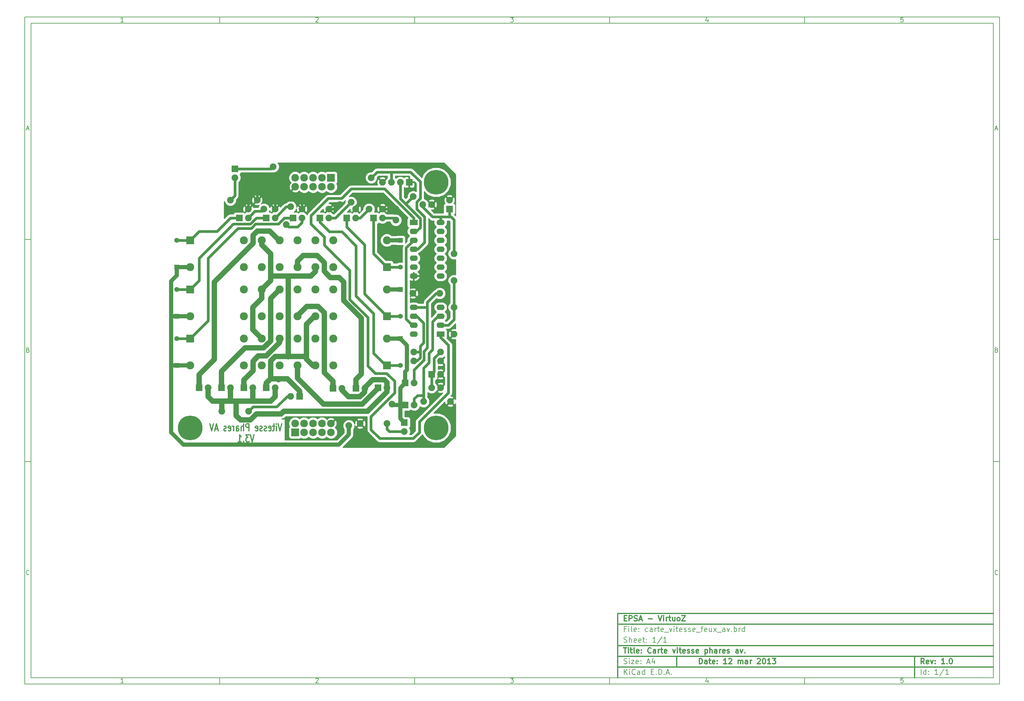
<source format=gbl>
G04 (created by PCBNEW-RS274X (2012-01-19 BZR 3256)-stable) date 12/03/2013 15:28:23*
G01*
G70*
G90*
%MOIN*%
G04 Gerber Fmt 3.4, Leading zero omitted, Abs format*
%FSLAX34Y34*%
G04 APERTURE LIST*
%ADD10C,0.006000*%
%ADD11C,0.012000*%
%ADD12C,0.075000*%
%ADD13R,0.075000X0.075000*%
%ADD14R,0.090000X0.062000*%
%ADD15O,0.090000X0.062000*%
%ADD16C,0.275600*%
%ADD17R,0.090000X0.090000*%
%ADD18C,0.090000*%
%ADD19R,0.055000X0.055000*%
%ADD20C,0.055000*%
%ADD21R,0.085000X0.085000*%
%ADD22C,0.085000*%
%ADD23C,0.060000*%
%ADD24C,0.045000*%
%ADD25C,0.030000*%
%ADD26C,0.010000*%
G04 APERTURE END LIST*
G54D10*
X04000Y-04000D02*
X113000Y-04000D01*
X113000Y-78670D01*
X04000Y-78670D01*
X04000Y-04000D01*
X04700Y-04700D02*
X112300Y-04700D01*
X112300Y-77970D01*
X04700Y-77970D01*
X04700Y-04700D01*
X25800Y-04000D02*
X25800Y-04700D01*
X15043Y-04552D02*
X14757Y-04552D01*
X14900Y-04552D02*
X14900Y-04052D01*
X14852Y-04124D01*
X14805Y-04171D01*
X14757Y-04195D01*
X25800Y-78670D02*
X25800Y-77970D01*
X15043Y-78522D02*
X14757Y-78522D01*
X14900Y-78522D02*
X14900Y-78022D01*
X14852Y-78094D01*
X14805Y-78141D01*
X14757Y-78165D01*
X47600Y-04000D02*
X47600Y-04700D01*
X36557Y-04100D02*
X36581Y-04076D01*
X36629Y-04052D01*
X36748Y-04052D01*
X36795Y-04076D01*
X36819Y-04100D01*
X36843Y-04148D01*
X36843Y-04195D01*
X36819Y-04267D01*
X36533Y-04552D01*
X36843Y-04552D01*
X47600Y-78670D02*
X47600Y-77970D01*
X36557Y-78070D02*
X36581Y-78046D01*
X36629Y-78022D01*
X36748Y-78022D01*
X36795Y-78046D01*
X36819Y-78070D01*
X36843Y-78118D01*
X36843Y-78165D01*
X36819Y-78237D01*
X36533Y-78522D01*
X36843Y-78522D01*
X69400Y-04000D02*
X69400Y-04700D01*
X58333Y-04052D02*
X58643Y-04052D01*
X58476Y-04243D01*
X58548Y-04243D01*
X58595Y-04267D01*
X58619Y-04290D01*
X58643Y-04338D01*
X58643Y-04457D01*
X58619Y-04505D01*
X58595Y-04529D01*
X58548Y-04552D01*
X58405Y-04552D01*
X58357Y-04529D01*
X58333Y-04505D01*
X69400Y-78670D02*
X69400Y-77970D01*
X58333Y-78022D02*
X58643Y-78022D01*
X58476Y-78213D01*
X58548Y-78213D01*
X58595Y-78237D01*
X58619Y-78260D01*
X58643Y-78308D01*
X58643Y-78427D01*
X58619Y-78475D01*
X58595Y-78499D01*
X58548Y-78522D01*
X58405Y-78522D01*
X58357Y-78499D01*
X58333Y-78475D01*
X91200Y-04000D02*
X91200Y-04700D01*
X80395Y-04219D02*
X80395Y-04552D01*
X80276Y-04029D02*
X80157Y-04386D01*
X80467Y-04386D01*
X91200Y-78670D02*
X91200Y-77970D01*
X80395Y-78189D02*
X80395Y-78522D01*
X80276Y-77999D02*
X80157Y-78356D01*
X80467Y-78356D01*
X102219Y-04052D02*
X101981Y-04052D01*
X101957Y-04290D01*
X101981Y-04267D01*
X102029Y-04243D01*
X102148Y-04243D01*
X102195Y-04267D01*
X102219Y-04290D01*
X102243Y-04338D01*
X102243Y-04457D01*
X102219Y-04505D01*
X102195Y-04529D01*
X102148Y-04552D01*
X102029Y-04552D01*
X101981Y-04529D01*
X101957Y-04505D01*
X102219Y-78022D02*
X101981Y-78022D01*
X101957Y-78260D01*
X101981Y-78237D01*
X102029Y-78213D01*
X102148Y-78213D01*
X102195Y-78237D01*
X102219Y-78260D01*
X102243Y-78308D01*
X102243Y-78427D01*
X102219Y-78475D01*
X102195Y-78499D01*
X102148Y-78522D01*
X102029Y-78522D01*
X101981Y-78499D01*
X101957Y-78475D01*
X04000Y-28890D02*
X04700Y-28890D01*
X04231Y-16510D02*
X04469Y-16510D01*
X04184Y-16652D02*
X04350Y-16152D01*
X04517Y-16652D01*
X113000Y-28890D02*
X112300Y-28890D01*
X112531Y-16510D02*
X112769Y-16510D01*
X112484Y-16652D02*
X112650Y-16152D01*
X112817Y-16652D01*
X04000Y-53780D02*
X04700Y-53780D01*
X04386Y-41280D02*
X04457Y-41304D01*
X04481Y-41328D01*
X04505Y-41376D01*
X04505Y-41447D01*
X04481Y-41495D01*
X04457Y-41519D01*
X04410Y-41542D01*
X04219Y-41542D01*
X04219Y-41042D01*
X04386Y-41042D01*
X04433Y-41066D01*
X04457Y-41090D01*
X04481Y-41138D01*
X04481Y-41185D01*
X04457Y-41233D01*
X04433Y-41257D01*
X04386Y-41280D01*
X04219Y-41280D01*
X113000Y-53780D02*
X112300Y-53780D01*
X112686Y-41280D02*
X112757Y-41304D01*
X112781Y-41328D01*
X112805Y-41376D01*
X112805Y-41447D01*
X112781Y-41495D01*
X112757Y-41519D01*
X112710Y-41542D01*
X112519Y-41542D01*
X112519Y-41042D01*
X112686Y-41042D01*
X112733Y-41066D01*
X112757Y-41090D01*
X112781Y-41138D01*
X112781Y-41185D01*
X112757Y-41233D01*
X112733Y-41257D01*
X112686Y-41280D01*
X112519Y-41280D01*
X04505Y-66385D02*
X04481Y-66409D01*
X04410Y-66432D01*
X04362Y-66432D01*
X04290Y-66409D01*
X04243Y-66361D01*
X04219Y-66313D01*
X04195Y-66218D01*
X04195Y-66147D01*
X04219Y-66051D01*
X04243Y-66004D01*
X04290Y-65956D01*
X04362Y-65932D01*
X04410Y-65932D01*
X04481Y-65956D01*
X04505Y-65980D01*
X112805Y-66385D02*
X112781Y-66409D01*
X112710Y-66432D01*
X112662Y-66432D01*
X112590Y-66409D01*
X112543Y-66361D01*
X112519Y-66313D01*
X112495Y-66218D01*
X112495Y-66147D01*
X112519Y-66051D01*
X112543Y-66004D01*
X112590Y-65956D01*
X112662Y-65932D01*
X112710Y-65932D01*
X112781Y-65956D01*
X112805Y-65980D01*
G54D11*
X79443Y-76413D02*
X79443Y-75813D01*
X79586Y-75813D01*
X79671Y-75841D01*
X79729Y-75899D01*
X79757Y-75956D01*
X79786Y-76070D01*
X79786Y-76156D01*
X79757Y-76270D01*
X79729Y-76327D01*
X79671Y-76384D01*
X79586Y-76413D01*
X79443Y-76413D01*
X80300Y-76413D02*
X80300Y-76099D01*
X80271Y-76041D01*
X80214Y-76013D01*
X80100Y-76013D01*
X80043Y-76041D01*
X80300Y-76384D02*
X80243Y-76413D01*
X80100Y-76413D01*
X80043Y-76384D01*
X80014Y-76327D01*
X80014Y-76270D01*
X80043Y-76213D01*
X80100Y-76184D01*
X80243Y-76184D01*
X80300Y-76156D01*
X80500Y-76013D02*
X80729Y-76013D01*
X80586Y-75813D02*
X80586Y-76327D01*
X80614Y-76384D01*
X80672Y-76413D01*
X80729Y-76413D01*
X81157Y-76384D02*
X81100Y-76413D01*
X80986Y-76413D01*
X80929Y-76384D01*
X80900Y-76327D01*
X80900Y-76099D01*
X80929Y-76041D01*
X80986Y-76013D01*
X81100Y-76013D01*
X81157Y-76041D01*
X81186Y-76099D01*
X81186Y-76156D01*
X80900Y-76213D01*
X81443Y-76356D02*
X81471Y-76384D01*
X81443Y-76413D01*
X81414Y-76384D01*
X81443Y-76356D01*
X81443Y-76413D01*
X81443Y-76041D02*
X81471Y-76070D01*
X81443Y-76099D01*
X81414Y-76070D01*
X81443Y-76041D01*
X81443Y-76099D01*
X82500Y-76413D02*
X82157Y-76413D01*
X82329Y-76413D02*
X82329Y-75813D01*
X82272Y-75899D01*
X82214Y-75956D01*
X82157Y-75984D01*
X82728Y-75870D02*
X82757Y-75841D01*
X82814Y-75813D01*
X82957Y-75813D01*
X83014Y-75841D01*
X83043Y-75870D01*
X83071Y-75927D01*
X83071Y-75984D01*
X83043Y-76070D01*
X82700Y-76413D01*
X83071Y-76413D01*
X83785Y-76413D02*
X83785Y-76013D01*
X83785Y-76070D02*
X83813Y-76041D01*
X83871Y-76013D01*
X83956Y-76013D01*
X84013Y-76041D01*
X84042Y-76099D01*
X84042Y-76413D01*
X84042Y-76099D02*
X84071Y-76041D01*
X84128Y-76013D01*
X84213Y-76013D01*
X84271Y-76041D01*
X84299Y-76099D01*
X84299Y-76413D01*
X84842Y-76413D02*
X84842Y-76099D01*
X84813Y-76041D01*
X84756Y-76013D01*
X84642Y-76013D01*
X84585Y-76041D01*
X84842Y-76384D02*
X84785Y-76413D01*
X84642Y-76413D01*
X84585Y-76384D01*
X84556Y-76327D01*
X84556Y-76270D01*
X84585Y-76213D01*
X84642Y-76184D01*
X84785Y-76184D01*
X84842Y-76156D01*
X85128Y-76413D02*
X85128Y-76013D01*
X85128Y-76127D02*
X85156Y-76070D01*
X85185Y-76041D01*
X85242Y-76013D01*
X85299Y-76013D01*
X85927Y-75870D02*
X85956Y-75841D01*
X86013Y-75813D01*
X86156Y-75813D01*
X86213Y-75841D01*
X86242Y-75870D01*
X86270Y-75927D01*
X86270Y-75984D01*
X86242Y-76070D01*
X85899Y-76413D01*
X86270Y-76413D01*
X86641Y-75813D02*
X86698Y-75813D01*
X86755Y-75841D01*
X86784Y-75870D01*
X86813Y-75927D01*
X86841Y-76041D01*
X86841Y-76184D01*
X86813Y-76299D01*
X86784Y-76356D01*
X86755Y-76384D01*
X86698Y-76413D01*
X86641Y-76413D01*
X86584Y-76384D01*
X86555Y-76356D01*
X86527Y-76299D01*
X86498Y-76184D01*
X86498Y-76041D01*
X86527Y-75927D01*
X86555Y-75870D01*
X86584Y-75841D01*
X86641Y-75813D01*
X87412Y-76413D02*
X87069Y-76413D01*
X87241Y-76413D02*
X87241Y-75813D01*
X87184Y-75899D01*
X87126Y-75956D01*
X87069Y-75984D01*
X87612Y-75813D02*
X87983Y-75813D01*
X87783Y-76041D01*
X87869Y-76041D01*
X87926Y-76070D01*
X87955Y-76099D01*
X87983Y-76156D01*
X87983Y-76299D01*
X87955Y-76356D01*
X87926Y-76384D01*
X87869Y-76413D01*
X87697Y-76413D01*
X87640Y-76384D01*
X87612Y-76356D01*
G54D10*
X71043Y-77613D02*
X71043Y-77013D01*
X71386Y-77613D02*
X71129Y-77270D01*
X71386Y-77013D02*
X71043Y-77356D01*
X71643Y-77613D02*
X71643Y-77213D01*
X71643Y-77013D02*
X71614Y-77041D01*
X71643Y-77070D01*
X71671Y-77041D01*
X71643Y-77013D01*
X71643Y-77070D01*
X72272Y-77556D02*
X72243Y-77584D01*
X72157Y-77613D01*
X72100Y-77613D01*
X72015Y-77584D01*
X71957Y-77527D01*
X71929Y-77470D01*
X71900Y-77356D01*
X71900Y-77270D01*
X71929Y-77156D01*
X71957Y-77099D01*
X72015Y-77041D01*
X72100Y-77013D01*
X72157Y-77013D01*
X72243Y-77041D01*
X72272Y-77070D01*
X72786Y-77613D02*
X72786Y-77299D01*
X72757Y-77241D01*
X72700Y-77213D01*
X72586Y-77213D01*
X72529Y-77241D01*
X72786Y-77584D02*
X72729Y-77613D01*
X72586Y-77613D01*
X72529Y-77584D01*
X72500Y-77527D01*
X72500Y-77470D01*
X72529Y-77413D01*
X72586Y-77384D01*
X72729Y-77384D01*
X72786Y-77356D01*
X73329Y-77613D02*
X73329Y-77013D01*
X73329Y-77584D02*
X73272Y-77613D01*
X73158Y-77613D01*
X73100Y-77584D01*
X73072Y-77556D01*
X73043Y-77499D01*
X73043Y-77327D01*
X73072Y-77270D01*
X73100Y-77241D01*
X73158Y-77213D01*
X73272Y-77213D01*
X73329Y-77241D01*
X74072Y-77299D02*
X74272Y-77299D01*
X74358Y-77613D02*
X74072Y-77613D01*
X74072Y-77013D01*
X74358Y-77013D01*
X74615Y-77556D02*
X74643Y-77584D01*
X74615Y-77613D01*
X74586Y-77584D01*
X74615Y-77556D01*
X74615Y-77613D01*
X74901Y-77613D02*
X74901Y-77013D01*
X75044Y-77013D01*
X75129Y-77041D01*
X75187Y-77099D01*
X75215Y-77156D01*
X75244Y-77270D01*
X75244Y-77356D01*
X75215Y-77470D01*
X75187Y-77527D01*
X75129Y-77584D01*
X75044Y-77613D01*
X74901Y-77613D01*
X75501Y-77556D02*
X75529Y-77584D01*
X75501Y-77613D01*
X75472Y-77584D01*
X75501Y-77556D01*
X75501Y-77613D01*
X75758Y-77441D02*
X76044Y-77441D01*
X75701Y-77613D02*
X75901Y-77013D01*
X76101Y-77613D01*
X76301Y-77556D02*
X76329Y-77584D01*
X76301Y-77613D01*
X76272Y-77584D01*
X76301Y-77556D01*
X76301Y-77613D01*
G54D11*
X104586Y-76413D02*
X104386Y-76127D01*
X104243Y-76413D02*
X104243Y-75813D01*
X104471Y-75813D01*
X104529Y-75841D01*
X104557Y-75870D01*
X104586Y-75927D01*
X104586Y-76013D01*
X104557Y-76070D01*
X104529Y-76099D01*
X104471Y-76127D01*
X104243Y-76127D01*
X105071Y-76384D02*
X105014Y-76413D01*
X104900Y-76413D01*
X104843Y-76384D01*
X104814Y-76327D01*
X104814Y-76099D01*
X104843Y-76041D01*
X104900Y-76013D01*
X105014Y-76013D01*
X105071Y-76041D01*
X105100Y-76099D01*
X105100Y-76156D01*
X104814Y-76213D01*
X105300Y-76013D02*
X105443Y-76413D01*
X105585Y-76013D01*
X105814Y-76356D02*
X105842Y-76384D01*
X105814Y-76413D01*
X105785Y-76384D01*
X105814Y-76356D01*
X105814Y-76413D01*
X105814Y-76041D02*
X105842Y-76070D01*
X105814Y-76099D01*
X105785Y-76070D01*
X105814Y-76041D01*
X105814Y-76099D01*
X106871Y-76413D02*
X106528Y-76413D01*
X106700Y-76413D02*
X106700Y-75813D01*
X106643Y-75899D01*
X106585Y-75956D01*
X106528Y-75984D01*
X107128Y-76356D02*
X107156Y-76384D01*
X107128Y-76413D01*
X107099Y-76384D01*
X107128Y-76356D01*
X107128Y-76413D01*
X107528Y-75813D02*
X107585Y-75813D01*
X107642Y-75841D01*
X107671Y-75870D01*
X107700Y-75927D01*
X107728Y-76041D01*
X107728Y-76184D01*
X107700Y-76299D01*
X107671Y-76356D01*
X107642Y-76384D01*
X107585Y-76413D01*
X107528Y-76413D01*
X107471Y-76384D01*
X107442Y-76356D01*
X107414Y-76299D01*
X107385Y-76184D01*
X107385Y-76041D01*
X107414Y-75927D01*
X107442Y-75870D01*
X107471Y-75841D01*
X107528Y-75813D01*
G54D10*
X71014Y-76384D02*
X71100Y-76413D01*
X71243Y-76413D01*
X71300Y-76384D01*
X71329Y-76356D01*
X71357Y-76299D01*
X71357Y-76241D01*
X71329Y-76184D01*
X71300Y-76156D01*
X71243Y-76127D01*
X71129Y-76099D01*
X71071Y-76070D01*
X71043Y-76041D01*
X71014Y-75984D01*
X71014Y-75927D01*
X71043Y-75870D01*
X71071Y-75841D01*
X71129Y-75813D01*
X71271Y-75813D01*
X71357Y-75841D01*
X71614Y-76413D02*
X71614Y-76013D01*
X71614Y-75813D02*
X71585Y-75841D01*
X71614Y-75870D01*
X71642Y-75841D01*
X71614Y-75813D01*
X71614Y-75870D01*
X71843Y-76013D02*
X72157Y-76013D01*
X71843Y-76413D01*
X72157Y-76413D01*
X72614Y-76384D02*
X72557Y-76413D01*
X72443Y-76413D01*
X72386Y-76384D01*
X72357Y-76327D01*
X72357Y-76099D01*
X72386Y-76041D01*
X72443Y-76013D01*
X72557Y-76013D01*
X72614Y-76041D01*
X72643Y-76099D01*
X72643Y-76156D01*
X72357Y-76213D01*
X72900Y-76356D02*
X72928Y-76384D01*
X72900Y-76413D01*
X72871Y-76384D01*
X72900Y-76356D01*
X72900Y-76413D01*
X72900Y-76041D02*
X72928Y-76070D01*
X72900Y-76099D01*
X72871Y-76070D01*
X72900Y-76041D01*
X72900Y-76099D01*
X73614Y-76241D02*
X73900Y-76241D01*
X73557Y-76413D02*
X73757Y-75813D01*
X73957Y-76413D01*
X74414Y-76013D02*
X74414Y-76413D01*
X74271Y-75784D02*
X74128Y-76213D01*
X74500Y-76213D01*
X104243Y-77613D02*
X104243Y-77013D01*
X104786Y-77613D02*
X104786Y-77013D01*
X104786Y-77584D02*
X104729Y-77613D01*
X104615Y-77613D01*
X104557Y-77584D01*
X104529Y-77556D01*
X104500Y-77499D01*
X104500Y-77327D01*
X104529Y-77270D01*
X104557Y-77241D01*
X104615Y-77213D01*
X104729Y-77213D01*
X104786Y-77241D01*
X105072Y-77556D02*
X105100Y-77584D01*
X105072Y-77613D01*
X105043Y-77584D01*
X105072Y-77556D01*
X105072Y-77613D01*
X105072Y-77241D02*
X105100Y-77270D01*
X105072Y-77299D01*
X105043Y-77270D01*
X105072Y-77241D01*
X105072Y-77299D01*
X106129Y-77613D02*
X105786Y-77613D01*
X105958Y-77613D02*
X105958Y-77013D01*
X105901Y-77099D01*
X105843Y-77156D01*
X105786Y-77184D01*
X106814Y-76984D02*
X106300Y-77756D01*
X107329Y-77613D02*
X106986Y-77613D01*
X107158Y-77613D02*
X107158Y-77013D01*
X107101Y-77099D01*
X107043Y-77156D01*
X106986Y-77184D01*
G54D11*
X70957Y-74613D02*
X71300Y-74613D01*
X71129Y-75213D02*
X71129Y-74613D01*
X71500Y-75213D02*
X71500Y-74813D01*
X71500Y-74613D02*
X71471Y-74641D01*
X71500Y-74670D01*
X71528Y-74641D01*
X71500Y-74613D01*
X71500Y-74670D01*
X71700Y-74813D02*
X71929Y-74813D01*
X71786Y-74613D02*
X71786Y-75127D01*
X71814Y-75184D01*
X71872Y-75213D01*
X71929Y-75213D01*
X72215Y-75213D02*
X72157Y-75184D01*
X72129Y-75127D01*
X72129Y-74613D01*
X72671Y-75184D02*
X72614Y-75213D01*
X72500Y-75213D01*
X72443Y-75184D01*
X72414Y-75127D01*
X72414Y-74899D01*
X72443Y-74841D01*
X72500Y-74813D01*
X72614Y-74813D01*
X72671Y-74841D01*
X72700Y-74899D01*
X72700Y-74956D01*
X72414Y-75013D01*
X72957Y-75156D02*
X72985Y-75184D01*
X72957Y-75213D01*
X72928Y-75184D01*
X72957Y-75156D01*
X72957Y-75213D01*
X72957Y-74841D02*
X72985Y-74870D01*
X72957Y-74899D01*
X72928Y-74870D01*
X72957Y-74841D01*
X72957Y-74899D01*
X74043Y-75156D02*
X74014Y-75184D01*
X73928Y-75213D01*
X73871Y-75213D01*
X73786Y-75184D01*
X73728Y-75127D01*
X73700Y-75070D01*
X73671Y-74956D01*
X73671Y-74870D01*
X73700Y-74756D01*
X73728Y-74699D01*
X73786Y-74641D01*
X73871Y-74613D01*
X73928Y-74613D01*
X74014Y-74641D01*
X74043Y-74670D01*
X74557Y-75213D02*
X74557Y-74899D01*
X74528Y-74841D01*
X74471Y-74813D01*
X74357Y-74813D01*
X74300Y-74841D01*
X74557Y-75184D02*
X74500Y-75213D01*
X74357Y-75213D01*
X74300Y-75184D01*
X74271Y-75127D01*
X74271Y-75070D01*
X74300Y-75013D01*
X74357Y-74984D01*
X74500Y-74984D01*
X74557Y-74956D01*
X74843Y-75213D02*
X74843Y-74813D01*
X74843Y-74927D02*
X74871Y-74870D01*
X74900Y-74841D01*
X74957Y-74813D01*
X75014Y-74813D01*
X75128Y-74813D02*
X75357Y-74813D01*
X75214Y-74613D02*
X75214Y-75127D01*
X75242Y-75184D01*
X75300Y-75213D01*
X75357Y-75213D01*
X75785Y-75184D02*
X75728Y-75213D01*
X75614Y-75213D01*
X75557Y-75184D01*
X75528Y-75127D01*
X75528Y-74899D01*
X75557Y-74841D01*
X75614Y-74813D01*
X75728Y-74813D01*
X75785Y-74841D01*
X75814Y-74899D01*
X75814Y-74956D01*
X75528Y-75013D01*
X76471Y-74813D02*
X76614Y-75213D01*
X76756Y-74813D01*
X76985Y-75213D02*
X76985Y-74813D01*
X76985Y-74613D02*
X76956Y-74641D01*
X76985Y-74670D01*
X77013Y-74641D01*
X76985Y-74613D01*
X76985Y-74670D01*
X77185Y-74813D02*
X77414Y-74813D01*
X77271Y-74613D02*
X77271Y-75127D01*
X77299Y-75184D01*
X77357Y-75213D01*
X77414Y-75213D01*
X77842Y-75184D02*
X77785Y-75213D01*
X77671Y-75213D01*
X77614Y-75184D01*
X77585Y-75127D01*
X77585Y-74899D01*
X77614Y-74841D01*
X77671Y-74813D01*
X77785Y-74813D01*
X77842Y-74841D01*
X77871Y-74899D01*
X77871Y-74956D01*
X77585Y-75013D01*
X78099Y-75184D02*
X78156Y-75213D01*
X78271Y-75213D01*
X78328Y-75184D01*
X78356Y-75127D01*
X78356Y-75099D01*
X78328Y-75041D01*
X78271Y-75013D01*
X78185Y-75013D01*
X78128Y-74984D01*
X78099Y-74927D01*
X78099Y-74899D01*
X78128Y-74841D01*
X78185Y-74813D01*
X78271Y-74813D01*
X78328Y-74841D01*
X78585Y-75184D02*
X78642Y-75213D01*
X78757Y-75213D01*
X78814Y-75184D01*
X78842Y-75127D01*
X78842Y-75099D01*
X78814Y-75041D01*
X78757Y-75013D01*
X78671Y-75013D01*
X78614Y-74984D01*
X78585Y-74927D01*
X78585Y-74899D01*
X78614Y-74841D01*
X78671Y-74813D01*
X78757Y-74813D01*
X78814Y-74841D01*
X79328Y-75184D02*
X79271Y-75213D01*
X79157Y-75213D01*
X79100Y-75184D01*
X79071Y-75127D01*
X79071Y-74899D01*
X79100Y-74841D01*
X79157Y-74813D01*
X79271Y-74813D01*
X79328Y-74841D01*
X79357Y-74899D01*
X79357Y-74956D01*
X79071Y-75013D01*
X80071Y-74813D02*
X80071Y-75413D01*
X80071Y-74841D02*
X80128Y-74813D01*
X80242Y-74813D01*
X80299Y-74841D01*
X80328Y-74870D01*
X80357Y-74927D01*
X80357Y-75099D01*
X80328Y-75156D01*
X80299Y-75184D01*
X80242Y-75213D01*
X80128Y-75213D01*
X80071Y-75184D01*
X80614Y-75213D02*
X80614Y-74613D01*
X80871Y-75213D02*
X80871Y-74899D01*
X80842Y-74841D01*
X80785Y-74813D01*
X80700Y-74813D01*
X80642Y-74841D01*
X80614Y-74870D01*
X81414Y-75213D02*
X81414Y-74899D01*
X81385Y-74841D01*
X81328Y-74813D01*
X81214Y-74813D01*
X81157Y-74841D01*
X81414Y-75184D02*
X81357Y-75213D01*
X81214Y-75213D01*
X81157Y-75184D01*
X81128Y-75127D01*
X81128Y-75070D01*
X81157Y-75013D01*
X81214Y-74984D01*
X81357Y-74984D01*
X81414Y-74956D01*
X81700Y-75213D02*
X81700Y-74813D01*
X81700Y-74927D02*
X81728Y-74870D01*
X81757Y-74841D01*
X81814Y-74813D01*
X81871Y-74813D01*
X82299Y-75184D02*
X82242Y-75213D01*
X82128Y-75213D01*
X82071Y-75184D01*
X82042Y-75127D01*
X82042Y-74899D01*
X82071Y-74841D01*
X82128Y-74813D01*
X82242Y-74813D01*
X82299Y-74841D01*
X82328Y-74899D01*
X82328Y-74956D01*
X82042Y-75013D01*
X82556Y-75184D02*
X82613Y-75213D01*
X82728Y-75213D01*
X82785Y-75184D01*
X82813Y-75127D01*
X82813Y-75099D01*
X82785Y-75041D01*
X82728Y-75013D01*
X82642Y-75013D01*
X82585Y-74984D01*
X82556Y-74927D01*
X82556Y-74899D01*
X82585Y-74841D01*
X82642Y-74813D01*
X82728Y-74813D01*
X82785Y-74841D01*
X83785Y-75213D02*
X83785Y-74899D01*
X83756Y-74841D01*
X83699Y-74813D01*
X83585Y-74813D01*
X83528Y-74841D01*
X83785Y-75184D02*
X83728Y-75213D01*
X83585Y-75213D01*
X83528Y-75184D01*
X83499Y-75127D01*
X83499Y-75070D01*
X83528Y-75013D01*
X83585Y-74984D01*
X83728Y-74984D01*
X83785Y-74956D01*
X84014Y-74813D02*
X84157Y-75213D01*
X84299Y-74813D01*
X84528Y-75156D02*
X84556Y-75184D01*
X84528Y-75213D01*
X84499Y-75184D01*
X84528Y-75156D01*
X84528Y-75213D01*
G54D10*
X71243Y-72499D02*
X71043Y-72499D01*
X71043Y-72813D02*
X71043Y-72213D01*
X71329Y-72213D01*
X71557Y-72813D02*
X71557Y-72413D01*
X71557Y-72213D02*
X71528Y-72241D01*
X71557Y-72270D01*
X71585Y-72241D01*
X71557Y-72213D01*
X71557Y-72270D01*
X71929Y-72813D02*
X71871Y-72784D01*
X71843Y-72727D01*
X71843Y-72213D01*
X72385Y-72784D02*
X72328Y-72813D01*
X72214Y-72813D01*
X72157Y-72784D01*
X72128Y-72727D01*
X72128Y-72499D01*
X72157Y-72441D01*
X72214Y-72413D01*
X72328Y-72413D01*
X72385Y-72441D01*
X72414Y-72499D01*
X72414Y-72556D01*
X72128Y-72613D01*
X72671Y-72756D02*
X72699Y-72784D01*
X72671Y-72813D01*
X72642Y-72784D01*
X72671Y-72756D01*
X72671Y-72813D01*
X72671Y-72441D02*
X72699Y-72470D01*
X72671Y-72499D01*
X72642Y-72470D01*
X72671Y-72441D01*
X72671Y-72499D01*
X73671Y-72784D02*
X73614Y-72813D01*
X73500Y-72813D01*
X73442Y-72784D01*
X73414Y-72756D01*
X73385Y-72699D01*
X73385Y-72527D01*
X73414Y-72470D01*
X73442Y-72441D01*
X73500Y-72413D01*
X73614Y-72413D01*
X73671Y-72441D01*
X74185Y-72813D02*
X74185Y-72499D01*
X74156Y-72441D01*
X74099Y-72413D01*
X73985Y-72413D01*
X73928Y-72441D01*
X74185Y-72784D02*
X74128Y-72813D01*
X73985Y-72813D01*
X73928Y-72784D01*
X73899Y-72727D01*
X73899Y-72670D01*
X73928Y-72613D01*
X73985Y-72584D01*
X74128Y-72584D01*
X74185Y-72556D01*
X74471Y-72813D02*
X74471Y-72413D01*
X74471Y-72527D02*
X74499Y-72470D01*
X74528Y-72441D01*
X74585Y-72413D01*
X74642Y-72413D01*
X74756Y-72413D02*
X74985Y-72413D01*
X74842Y-72213D02*
X74842Y-72727D01*
X74870Y-72784D01*
X74928Y-72813D01*
X74985Y-72813D01*
X75413Y-72784D02*
X75356Y-72813D01*
X75242Y-72813D01*
X75185Y-72784D01*
X75156Y-72727D01*
X75156Y-72499D01*
X75185Y-72441D01*
X75242Y-72413D01*
X75356Y-72413D01*
X75413Y-72441D01*
X75442Y-72499D01*
X75442Y-72556D01*
X75156Y-72613D01*
X75556Y-72870D02*
X76013Y-72870D01*
X76099Y-72413D02*
X76242Y-72813D01*
X76384Y-72413D01*
X76613Y-72813D02*
X76613Y-72413D01*
X76613Y-72213D02*
X76584Y-72241D01*
X76613Y-72270D01*
X76641Y-72241D01*
X76613Y-72213D01*
X76613Y-72270D01*
X76813Y-72413D02*
X77042Y-72413D01*
X76899Y-72213D02*
X76899Y-72727D01*
X76927Y-72784D01*
X76985Y-72813D01*
X77042Y-72813D01*
X77470Y-72784D02*
X77413Y-72813D01*
X77299Y-72813D01*
X77242Y-72784D01*
X77213Y-72727D01*
X77213Y-72499D01*
X77242Y-72441D01*
X77299Y-72413D01*
X77413Y-72413D01*
X77470Y-72441D01*
X77499Y-72499D01*
X77499Y-72556D01*
X77213Y-72613D01*
X77727Y-72784D02*
X77784Y-72813D01*
X77899Y-72813D01*
X77956Y-72784D01*
X77984Y-72727D01*
X77984Y-72699D01*
X77956Y-72641D01*
X77899Y-72613D01*
X77813Y-72613D01*
X77756Y-72584D01*
X77727Y-72527D01*
X77727Y-72499D01*
X77756Y-72441D01*
X77813Y-72413D01*
X77899Y-72413D01*
X77956Y-72441D01*
X78213Y-72784D02*
X78270Y-72813D01*
X78385Y-72813D01*
X78442Y-72784D01*
X78470Y-72727D01*
X78470Y-72699D01*
X78442Y-72641D01*
X78385Y-72613D01*
X78299Y-72613D01*
X78242Y-72584D01*
X78213Y-72527D01*
X78213Y-72499D01*
X78242Y-72441D01*
X78299Y-72413D01*
X78385Y-72413D01*
X78442Y-72441D01*
X78956Y-72784D02*
X78899Y-72813D01*
X78785Y-72813D01*
X78728Y-72784D01*
X78699Y-72727D01*
X78699Y-72499D01*
X78728Y-72441D01*
X78785Y-72413D01*
X78899Y-72413D01*
X78956Y-72441D01*
X78985Y-72499D01*
X78985Y-72556D01*
X78699Y-72613D01*
X79099Y-72870D02*
X79556Y-72870D01*
X79613Y-72413D02*
X79842Y-72413D01*
X79699Y-72813D02*
X79699Y-72299D01*
X79727Y-72241D01*
X79785Y-72213D01*
X79842Y-72213D01*
X80270Y-72784D02*
X80213Y-72813D01*
X80099Y-72813D01*
X80042Y-72784D01*
X80013Y-72727D01*
X80013Y-72499D01*
X80042Y-72441D01*
X80099Y-72413D01*
X80213Y-72413D01*
X80270Y-72441D01*
X80299Y-72499D01*
X80299Y-72556D01*
X80013Y-72613D01*
X80813Y-72413D02*
X80813Y-72813D01*
X80556Y-72413D02*
X80556Y-72727D01*
X80584Y-72784D01*
X80642Y-72813D01*
X80727Y-72813D01*
X80784Y-72784D01*
X80813Y-72756D01*
X81042Y-72813D02*
X81356Y-72413D01*
X81042Y-72413D02*
X81356Y-72813D01*
X81442Y-72870D02*
X81899Y-72870D01*
X82299Y-72813D02*
X82299Y-72499D01*
X82270Y-72441D01*
X82213Y-72413D01*
X82099Y-72413D01*
X82042Y-72441D01*
X82299Y-72784D02*
X82242Y-72813D01*
X82099Y-72813D01*
X82042Y-72784D01*
X82013Y-72727D01*
X82013Y-72670D01*
X82042Y-72613D01*
X82099Y-72584D01*
X82242Y-72584D01*
X82299Y-72556D01*
X82528Y-72413D02*
X82671Y-72813D01*
X82813Y-72413D01*
X83042Y-72756D02*
X83070Y-72784D01*
X83042Y-72813D01*
X83013Y-72784D01*
X83042Y-72756D01*
X83042Y-72813D01*
X83328Y-72813D02*
X83328Y-72213D01*
X83328Y-72441D02*
X83385Y-72413D01*
X83499Y-72413D01*
X83556Y-72441D01*
X83585Y-72470D01*
X83614Y-72527D01*
X83614Y-72699D01*
X83585Y-72756D01*
X83556Y-72784D01*
X83499Y-72813D01*
X83385Y-72813D01*
X83328Y-72784D01*
X83871Y-72813D02*
X83871Y-72413D01*
X83871Y-72527D02*
X83899Y-72470D01*
X83928Y-72441D01*
X83985Y-72413D01*
X84042Y-72413D01*
X84499Y-72813D02*
X84499Y-72213D01*
X84499Y-72784D02*
X84442Y-72813D01*
X84328Y-72813D01*
X84270Y-72784D01*
X84242Y-72756D01*
X84213Y-72699D01*
X84213Y-72527D01*
X84242Y-72470D01*
X84270Y-72441D01*
X84328Y-72413D01*
X84442Y-72413D01*
X84499Y-72441D01*
X71014Y-73984D02*
X71100Y-74013D01*
X71243Y-74013D01*
X71300Y-73984D01*
X71329Y-73956D01*
X71357Y-73899D01*
X71357Y-73841D01*
X71329Y-73784D01*
X71300Y-73756D01*
X71243Y-73727D01*
X71129Y-73699D01*
X71071Y-73670D01*
X71043Y-73641D01*
X71014Y-73584D01*
X71014Y-73527D01*
X71043Y-73470D01*
X71071Y-73441D01*
X71129Y-73413D01*
X71271Y-73413D01*
X71357Y-73441D01*
X71614Y-74013D02*
X71614Y-73413D01*
X71871Y-74013D02*
X71871Y-73699D01*
X71842Y-73641D01*
X71785Y-73613D01*
X71700Y-73613D01*
X71642Y-73641D01*
X71614Y-73670D01*
X72385Y-73984D02*
X72328Y-74013D01*
X72214Y-74013D01*
X72157Y-73984D01*
X72128Y-73927D01*
X72128Y-73699D01*
X72157Y-73641D01*
X72214Y-73613D01*
X72328Y-73613D01*
X72385Y-73641D01*
X72414Y-73699D01*
X72414Y-73756D01*
X72128Y-73813D01*
X72899Y-73984D02*
X72842Y-74013D01*
X72728Y-74013D01*
X72671Y-73984D01*
X72642Y-73927D01*
X72642Y-73699D01*
X72671Y-73641D01*
X72728Y-73613D01*
X72842Y-73613D01*
X72899Y-73641D01*
X72928Y-73699D01*
X72928Y-73756D01*
X72642Y-73813D01*
X73099Y-73613D02*
X73328Y-73613D01*
X73185Y-73413D02*
X73185Y-73927D01*
X73213Y-73984D01*
X73271Y-74013D01*
X73328Y-74013D01*
X73528Y-73956D02*
X73556Y-73984D01*
X73528Y-74013D01*
X73499Y-73984D01*
X73528Y-73956D01*
X73528Y-74013D01*
X73528Y-73641D02*
X73556Y-73670D01*
X73528Y-73699D01*
X73499Y-73670D01*
X73528Y-73641D01*
X73528Y-73699D01*
X74585Y-74013D02*
X74242Y-74013D01*
X74414Y-74013D02*
X74414Y-73413D01*
X74357Y-73499D01*
X74299Y-73556D01*
X74242Y-73584D01*
X75270Y-73384D02*
X74756Y-74156D01*
X75785Y-74013D02*
X75442Y-74013D01*
X75614Y-74013D02*
X75614Y-73413D01*
X75557Y-73499D01*
X75499Y-73556D01*
X75442Y-73584D01*
G54D11*
X71043Y-71299D02*
X71243Y-71299D01*
X71329Y-71613D02*
X71043Y-71613D01*
X71043Y-71013D01*
X71329Y-71013D01*
X71586Y-71613D02*
X71586Y-71013D01*
X71814Y-71013D01*
X71872Y-71041D01*
X71900Y-71070D01*
X71929Y-71127D01*
X71929Y-71213D01*
X71900Y-71270D01*
X71872Y-71299D01*
X71814Y-71327D01*
X71586Y-71327D01*
X72157Y-71584D02*
X72243Y-71613D01*
X72386Y-71613D01*
X72443Y-71584D01*
X72472Y-71556D01*
X72500Y-71499D01*
X72500Y-71441D01*
X72472Y-71384D01*
X72443Y-71356D01*
X72386Y-71327D01*
X72272Y-71299D01*
X72214Y-71270D01*
X72186Y-71241D01*
X72157Y-71184D01*
X72157Y-71127D01*
X72186Y-71070D01*
X72214Y-71041D01*
X72272Y-71013D01*
X72414Y-71013D01*
X72500Y-71041D01*
X72728Y-71441D02*
X73014Y-71441D01*
X72671Y-71613D02*
X72871Y-71013D01*
X73071Y-71613D01*
X73728Y-71384D02*
X74185Y-71384D01*
X74842Y-71013D02*
X75042Y-71613D01*
X75242Y-71013D01*
X75442Y-71613D02*
X75442Y-71213D01*
X75442Y-71013D02*
X75413Y-71041D01*
X75442Y-71070D01*
X75470Y-71041D01*
X75442Y-71013D01*
X75442Y-71070D01*
X75728Y-71613D02*
X75728Y-71213D01*
X75728Y-71327D02*
X75756Y-71270D01*
X75785Y-71241D01*
X75842Y-71213D01*
X75899Y-71213D01*
X76013Y-71213D02*
X76242Y-71213D01*
X76099Y-71013D02*
X76099Y-71527D01*
X76127Y-71584D01*
X76185Y-71613D01*
X76242Y-71613D01*
X76699Y-71213D02*
X76699Y-71613D01*
X76442Y-71213D02*
X76442Y-71527D01*
X76470Y-71584D01*
X76528Y-71613D01*
X76613Y-71613D01*
X76670Y-71584D01*
X76699Y-71556D01*
X77071Y-71613D02*
X77013Y-71584D01*
X76985Y-71556D01*
X76956Y-71499D01*
X76956Y-71327D01*
X76985Y-71270D01*
X77013Y-71241D01*
X77071Y-71213D01*
X77156Y-71213D01*
X77213Y-71241D01*
X77242Y-71270D01*
X77271Y-71327D01*
X77271Y-71499D01*
X77242Y-71556D01*
X77213Y-71584D01*
X77156Y-71613D01*
X77071Y-71613D01*
X77471Y-71013D02*
X77871Y-71013D01*
X77471Y-71613D01*
X77871Y-71613D01*
X70300Y-70770D02*
X70300Y-77970D01*
X70300Y-71970D02*
X112300Y-71970D01*
X70300Y-70770D02*
X112300Y-70770D01*
X70300Y-74370D02*
X112300Y-74370D01*
X103500Y-75570D02*
X103500Y-77970D01*
X70300Y-76770D02*
X112300Y-76770D01*
X70300Y-75570D02*
X112300Y-75570D01*
X76900Y-75570D02*
X76900Y-76770D01*
X32754Y-49524D02*
X32554Y-50324D01*
X32354Y-49524D01*
X32154Y-50324D02*
X32154Y-49790D01*
X32154Y-49524D02*
X32183Y-49562D01*
X32154Y-49600D01*
X32126Y-49562D01*
X32154Y-49524D01*
X32154Y-49600D01*
X31954Y-49790D02*
X31725Y-49790D01*
X31868Y-49524D02*
X31868Y-50210D01*
X31840Y-50286D01*
X31782Y-50324D01*
X31725Y-50324D01*
X31297Y-50286D02*
X31354Y-50324D01*
X31468Y-50324D01*
X31525Y-50286D01*
X31554Y-50210D01*
X31554Y-49905D01*
X31525Y-49829D01*
X31468Y-49790D01*
X31354Y-49790D01*
X31297Y-49829D01*
X31268Y-49905D01*
X31268Y-49981D01*
X31554Y-50057D01*
X31040Y-50286D02*
X30983Y-50324D01*
X30868Y-50324D01*
X30811Y-50286D01*
X30783Y-50210D01*
X30783Y-50171D01*
X30811Y-50095D01*
X30868Y-50057D01*
X30954Y-50057D01*
X31011Y-50019D01*
X31040Y-49943D01*
X31040Y-49905D01*
X31011Y-49829D01*
X30954Y-49790D01*
X30868Y-49790D01*
X30811Y-49829D01*
X30554Y-50286D02*
X30497Y-50324D01*
X30382Y-50324D01*
X30325Y-50286D01*
X30297Y-50210D01*
X30297Y-50171D01*
X30325Y-50095D01*
X30382Y-50057D01*
X30468Y-50057D01*
X30525Y-50019D01*
X30554Y-49943D01*
X30554Y-49905D01*
X30525Y-49829D01*
X30468Y-49790D01*
X30382Y-49790D01*
X30325Y-49829D01*
X29811Y-50286D02*
X29868Y-50324D01*
X29982Y-50324D01*
X30039Y-50286D01*
X30068Y-50210D01*
X30068Y-49905D01*
X30039Y-49829D01*
X29982Y-49790D01*
X29868Y-49790D01*
X29811Y-49829D01*
X29782Y-49905D01*
X29782Y-49981D01*
X30068Y-50057D01*
X29068Y-50324D02*
X29068Y-49524D01*
X28840Y-49524D01*
X28782Y-49562D01*
X28754Y-49600D01*
X28725Y-49676D01*
X28725Y-49790D01*
X28754Y-49867D01*
X28782Y-49905D01*
X28840Y-49943D01*
X29068Y-49943D01*
X28468Y-50324D02*
X28468Y-49524D01*
X28211Y-50324D02*
X28211Y-49905D01*
X28240Y-49829D01*
X28297Y-49790D01*
X28382Y-49790D01*
X28440Y-49829D01*
X28468Y-49867D01*
X27668Y-50324D02*
X27668Y-49905D01*
X27697Y-49829D01*
X27754Y-49790D01*
X27868Y-49790D01*
X27925Y-49829D01*
X27668Y-50286D02*
X27725Y-50324D01*
X27868Y-50324D01*
X27925Y-50286D01*
X27954Y-50210D01*
X27954Y-50133D01*
X27925Y-50057D01*
X27868Y-50019D01*
X27725Y-50019D01*
X27668Y-49981D01*
X27382Y-50324D02*
X27382Y-49790D01*
X27382Y-49943D02*
X27354Y-49867D01*
X27325Y-49829D01*
X27268Y-49790D01*
X27211Y-49790D01*
X26783Y-50286D02*
X26840Y-50324D01*
X26954Y-50324D01*
X27011Y-50286D01*
X27040Y-50210D01*
X27040Y-49905D01*
X27011Y-49829D01*
X26954Y-49790D01*
X26840Y-49790D01*
X26783Y-49829D01*
X26754Y-49905D01*
X26754Y-49981D01*
X27040Y-50057D01*
X26526Y-50286D02*
X26469Y-50324D01*
X26354Y-50324D01*
X26297Y-50286D01*
X26269Y-50210D01*
X26269Y-50171D01*
X26297Y-50095D01*
X26354Y-50057D01*
X26440Y-50057D01*
X26497Y-50019D01*
X26526Y-49943D01*
X26526Y-49905D01*
X26497Y-49829D01*
X26440Y-49790D01*
X26354Y-49790D01*
X26297Y-49829D01*
X25583Y-50095D02*
X25297Y-50095D01*
X25640Y-50324D02*
X25440Y-49524D01*
X25240Y-50324D01*
X25126Y-49524D02*
X24926Y-50324D01*
X24726Y-49524D01*
X29654Y-50764D02*
X29454Y-51564D01*
X29254Y-50764D01*
X29111Y-50764D02*
X28740Y-50764D01*
X28940Y-51069D01*
X28854Y-51069D01*
X28797Y-51107D01*
X28768Y-51145D01*
X28740Y-51221D01*
X28740Y-51411D01*
X28768Y-51488D01*
X28797Y-51526D01*
X28854Y-51564D01*
X29026Y-51564D01*
X29083Y-51526D01*
X29111Y-51488D01*
X28483Y-51488D02*
X28455Y-51526D01*
X28483Y-51564D01*
X28512Y-51526D01*
X28483Y-51488D01*
X28483Y-51564D01*
X27883Y-51564D02*
X28226Y-51564D01*
X28054Y-51564D02*
X28054Y-50764D01*
X28111Y-50878D01*
X28169Y-50954D01*
X28226Y-50992D01*
G54D12*
X48500Y-25000D03*
X49500Y-25000D03*
X49500Y-45500D03*
X50500Y-45500D03*
G54D13*
X49500Y-44000D03*
G54D12*
X50500Y-44000D03*
G54D13*
X51500Y-25500D03*
G54D12*
X51500Y-24500D03*
G54D14*
X47500Y-27000D03*
G54D15*
X47500Y-28000D03*
X47500Y-29000D03*
X47500Y-30000D03*
X47500Y-31000D03*
X47500Y-32000D03*
X47500Y-33000D03*
X50500Y-33000D03*
X50500Y-32000D03*
X50500Y-31000D03*
X50500Y-30000D03*
X50500Y-29000D03*
X50500Y-28000D03*
X50500Y-27000D03*
G54D14*
X50500Y-39500D03*
G54D15*
X50500Y-38500D03*
X50500Y-37500D03*
X50500Y-36500D03*
X47500Y-36500D03*
X47500Y-37500D03*
X47500Y-38500D03*
X47500Y-39500D03*
G54D13*
X38476Y-45571D03*
G54D12*
X39476Y-45571D03*
G54D13*
X46547Y-47441D03*
G54D12*
X47547Y-47441D03*
G54D13*
X26000Y-45500D03*
G54D12*
X27000Y-45500D03*
G54D13*
X46547Y-44980D03*
G54D12*
X47547Y-44980D03*
G54D13*
X41035Y-45571D03*
G54D12*
X42035Y-45571D03*
G54D13*
X23500Y-45500D03*
G54D12*
X24500Y-45500D03*
G54D13*
X43500Y-45500D03*
G54D12*
X44500Y-45500D03*
G54D13*
X28500Y-45500D03*
G54D12*
X29500Y-45500D03*
G54D13*
X31000Y-45500D03*
G54D12*
X32000Y-45500D03*
X44000Y-22500D03*
X45000Y-22500D03*
G54D13*
X47000Y-22500D03*
G54D12*
X46000Y-22500D03*
G54D13*
X46457Y-49402D03*
G54D12*
X46457Y-50402D03*
G54D13*
X27500Y-21000D03*
G54D12*
X27500Y-22000D03*
X48598Y-47047D03*
X51598Y-47047D03*
X52000Y-30500D03*
X52000Y-33500D03*
X50417Y-34941D03*
X47417Y-34941D03*
X41512Y-49508D03*
X44512Y-49508D03*
X30000Y-24500D03*
X27000Y-24500D03*
X50500Y-41500D03*
X47500Y-41500D03*
X47500Y-42500D03*
X50500Y-42500D03*
X52000Y-36500D03*
X52000Y-39500D03*
G54D13*
X34752Y-46457D03*
G54D12*
X33752Y-46457D03*
X26059Y-48130D03*
X29059Y-48130D03*
G54D13*
X37000Y-26500D03*
G54D12*
X38000Y-26500D03*
X38000Y-25500D03*
G54D13*
X31000Y-26500D03*
G54D12*
X32000Y-26500D03*
X32000Y-25500D03*
G54D13*
X40000Y-26500D03*
G54D12*
X41000Y-26500D03*
X41000Y-25500D03*
G54D13*
X34000Y-26500D03*
G54D12*
X35000Y-26500D03*
X35000Y-25500D03*
G54D13*
X43000Y-26500D03*
G54D12*
X44000Y-26500D03*
X44000Y-25500D03*
G54D13*
X28000Y-26500D03*
G54D12*
X29000Y-26500D03*
X29000Y-25500D03*
G54D16*
X50000Y-50000D03*
X50000Y-22500D03*
X22500Y-50000D03*
G54D17*
X44500Y-43000D03*
G54D18*
X44500Y-40000D03*
X38500Y-43000D03*
X38500Y-40000D03*
X36500Y-43000D03*
X36500Y-40000D03*
X34500Y-43000D03*
X34500Y-40000D03*
G54D17*
X44500Y-37500D03*
G54D18*
X44500Y-34500D03*
X38500Y-37500D03*
X38500Y-34500D03*
X36500Y-37500D03*
X36500Y-34500D03*
X34500Y-37500D03*
X34500Y-34500D03*
G54D17*
X44500Y-32000D03*
G54D18*
X44500Y-29000D03*
X38500Y-32000D03*
X38500Y-29000D03*
X36500Y-32000D03*
X36500Y-29000D03*
X34500Y-32000D03*
X34500Y-29000D03*
G54D17*
X22500Y-40000D03*
G54D18*
X22500Y-43000D03*
X28500Y-40000D03*
X28500Y-43000D03*
X30500Y-40000D03*
X30500Y-43000D03*
X32500Y-40000D03*
X32500Y-43000D03*
G54D17*
X22500Y-34500D03*
G54D18*
X22500Y-37500D03*
X28500Y-34500D03*
X28500Y-37500D03*
X30500Y-34500D03*
X30500Y-37500D03*
X32500Y-34500D03*
X32500Y-37500D03*
G54D17*
X22500Y-29000D03*
G54D18*
X22500Y-32000D03*
X28500Y-29000D03*
X28500Y-32000D03*
X30500Y-29000D03*
X30500Y-32000D03*
X32500Y-29000D03*
X32500Y-32000D03*
G54D19*
X46000Y-40000D03*
G54D20*
X46000Y-43000D03*
G54D19*
X46000Y-34500D03*
G54D20*
X46000Y-37500D03*
G54D19*
X46000Y-29000D03*
G54D20*
X46000Y-32000D03*
G54D19*
X21000Y-43000D03*
G54D20*
X21000Y-40000D03*
G54D19*
X21000Y-37500D03*
G54D20*
X21000Y-34500D03*
G54D19*
X21000Y-32000D03*
G54D20*
X21000Y-29000D03*
G54D21*
X38250Y-22000D03*
G54D22*
X38250Y-23000D03*
X37250Y-22000D03*
X37250Y-23000D03*
X36250Y-22000D03*
X36250Y-23000D03*
X35250Y-22000D03*
X35250Y-23000D03*
X34250Y-22000D03*
X34250Y-23000D03*
G54D21*
X34250Y-50500D03*
G54D22*
X34250Y-49500D03*
X35250Y-50500D03*
X35250Y-49500D03*
X36250Y-50500D03*
X36250Y-49500D03*
X37250Y-50500D03*
X37250Y-49500D03*
X38250Y-50500D03*
X38250Y-49500D03*
G54D12*
X45079Y-47343D03*
X40250Y-49750D03*
X33250Y-27250D03*
X40500Y-24750D03*
X30750Y-25500D03*
X45500Y-26750D03*
X33750Y-25250D03*
X42500Y-25500D03*
X47441Y-24114D03*
X42750Y-22000D03*
X39250Y-25000D03*
X45500Y-25500D03*
X30500Y-23000D03*
X36750Y-24500D03*
X31791Y-20768D03*
G54D23*
X30500Y-34500D02*
X30500Y-35500D01*
X36500Y-32500D02*
X36500Y-32000D01*
X36000Y-33000D02*
X36500Y-32500D01*
X33465Y-42000D02*
X33465Y-42028D01*
X33465Y-42028D02*
X33465Y-42000D01*
X35500Y-42291D02*
X35500Y-42000D01*
X33465Y-42000D02*
X35500Y-42000D01*
X35500Y-38418D02*
X35500Y-42000D01*
X31500Y-33000D02*
X33465Y-33000D01*
X33465Y-33000D02*
X35500Y-33000D01*
X35500Y-33000D02*
X36000Y-33000D01*
X33465Y-33000D02*
X33465Y-42000D01*
X29500Y-39000D02*
X30500Y-40000D01*
X29500Y-36500D02*
X29500Y-39000D01*
X30500Y-35500D02*
X29500Y-36500D01*
X30500Y-29000D02*
X30500Y-29500D01*
X31500Y-33500D02*
X30500Y-34500D01*
X31500Y-30500D02*
X31500Y-33000D01*
X31500Y-33000D02*
X31500Y-33500D01*
X30500Y-29500D02*
X31500Y-30500D01*
X32874Y-44488D02*
X33366Y-44488D01*
X32000Y-42000D02*
X33465Y-42000D01*
X31500Y-43500D02*
X31500Y-42500D01*
X31496Y-43504D02*
X31500Y-43500D01*
X33366Y-44488D02*
X34752Y-45874D01*
X34752Y-45874D02*
X34752Y-46457D01*
X32382Y-44488D02*
X32874Y-44488D01*
X31000Y-45500D02*
X31000Y-44984D01*
X31000Y-44984D02*
X31496Y-44488D01*
X31496Y-43504D02*
X31496Y-44488D01*
X31500Y-42500D02*
X32000Y-42000D01*
X31496Y-44488D02*
X31496Y-44291D01*
X31496Y-44291D02*
X31496Y-44488D01*
X31496Y-44488D02*
X32382Y-44488D01*
X32382Y-44488D02*
X32382Y-44587D01*
X32382Y-44587D02*
X32382Y-44488D01*
X36500Y-43000D02*
X36209Y-43000D01*
X36209Y-43000D02*
X35500Y-42291D01*
X36500Y-37500D02*
X36418Y-37500D01*
X36418Y-37500D02*
X35500Y-38418D01*
G54D24*
X20386Y-43012D02*
X20472Y-43012D01*
X21000Y-32937D02*
X20374Y-33563D01*
X20374Y-37500D02*
X20374Y-43012D01*
X21000Y-32000D02*
X21000Y-32937D01*
X20374Y-33563D02*
X20374Y-37500D01*
X22500Y-32000D02*
X21000Y-32000D01*
X20374Y-43000D02*
X20386Y-43012D01*
X44500Y-34500D02*
X46000Y-34500D01*
X21000Y-37500D02*
X20374Y-37500D01*
X20374Y-37500D02*
X20472Y-37500D01*
X20472Y-37500D02*
X20374Y-37500D01*
X44500Y-29000D02*
X46000Y-29000D01*
X20472Y-43012D02*
X20374Y-43012D01*
X21000Y-43000D02*
X20374Y-43000D01*
X46547Y-44980D02*
X46547Y-43709D01*
X46752Y-40752D02*
X46000Y-40000D01*
X45965Y-47539D02*
X45965Y-47441D01*
X45965Y-47476D02*
X45965Y-47539D01*
X46000Y-45527D02*
X46547Y-44980D01*
X46000Y-47441D02*
X46000Y-45527D01*
X22500Y-43000D02*
X21000Y-43000D01*
X46000Y-47441D02*
X45965Y-47476D01*
X45177Y-47441D02*
X45965Y-47441D01*
X22500Y-37500D02*
X21000Y-37500D01*
X45965Y-47441D02*
X46547Y-47441D01*
X45079Y-47343D02*
X45177Y-47441D01*
X44500Y-40000D02*
X46000Y-40000D01*
X40250Y-49750D02*
X40250Y-50750D01*
X40250Y-50750D02*
X39130Y-51870D01*
X46000Y-48945D02*
X46457Y-49402D01*
X46000Y-47835D02*
X46000Y-48945D01*
X37500Y-51870D02*
X38287Y-51870D01*
X38681Y-51870D02*
X39130Y-51870D01*
X46000Y-47835D02*
X46000Y-47441D01*
X46752Y-43504D02*
X46752Y-40752D01*
X46547Y-43709D02*
X46752Y-43504D01*
X20374Y-50492D02*
X20669Y-50787D01*
X38681Y-51870D02*
X38287Y-51870D01*
X21752Y-51870D02*
X20669Y-50787D01*
X20374Y-43012D02*
X20374Y-50492D01*
X37500Y-51870D02*
X21752Y-51870D01*
G54D25*
X35000Y-27000D02*
X35000Y-26500D01*
X34500Y-27500D02*
X35000Y-27000D01*
X33500Y-27500D02*
X34500Y-27500D01*
X33250Y-27250D02*
X33500Y-27500D01*
X38750Y-26500D02*
X40500Y-24750D01*
X38000Y-26500D02*
X38750Y-26500D01*
X30500Y-25750D02*
X29750Y-25750D01*
X30750Y-25500D02*
X30500Y-25750D01*
X29750Y-25750D02*
X29000Y-26500D01*
X45500Y-26750D02*
X45250Y-26500D01*
X45250Y-26500D02*
X44000Y-26500D01*
X33750Y-25250D02*
X33250Y-25250D01*
X33250Y-25250D02*
X32000Y-26500D01*
X41500Y-26500D02*
X42500Y-25500D01*
X41000Y-26500D02*
X41500Y-26500D01*
X48622Y-43307D02*
X48622Y-46358D01*
X49213Y-41634D02*
X49213Y-42716D01*
X49213Y-42716D02*
X48622Y-43307D01*
X49606Y-41241D02*
X49213Y-41634D01*
X50197Y-37500D02*
X49606Y-38091D01*
X49606Y-38091D02*
X49606Y-40256D01*
X50500Y-37500D02*
X50197Y-37500D01*
X49606Y-40748D02*
X49606Y-41241D01*
X48598Y-47047D02*
X48598Y-46358D01*
X48598Y-46358D02*
X48622Y-46358D01*
X47547Y-47441D02*
X47547Y-46744D01*
X47547Y-46744D02*
X47933Y-46358D01*
X47933Y-46358D02*
X48622Y-46358D01*
X49606Y-40256D02*
X49606Y-40453D01*
X49606Y-40453D02*
X49606Y-40748D01*
X46000Y-24346D02*
X46605Y-24951D01*
X47787Y-28000D02*
X47500Y-28000D01*
X46000Y-23756D02*
X46000Y-22500D01*
X48228Y-27559D02*
X47787Y-28000D01*
X48228Y-26574D02*
X48228Y-27559D01*
X46605Y-24951D02*
X48228Y-26574D01*
X46000Y-23756D02*
X46000Y-24346D01*
X47441Y-24115D02*
X46605Y-24951D01*
X47441Y-24114D02*
X47441Y-24115D01*
X48630Y-42421D02*
X48622Y-42421D01*
X47547Y-43496D02*
X47547Y-43791D01*
X49803Y-35138D02*
X49016Y-35925D01*
X48425Y-36500D02*
X47500Y-36500D01*
X49016Y-35925D02*
X49016Y-36516D01*
X49016Y-36500D02*
X49016Y-36516D01*
X48425Y-36500D02*
X49016Y-36500D01*
X48622Y-42421D02*
X47547Y-43496D01*
X48630Y-41429D02*
X49016Y-41043D01*
X49016Y-41043D02*
X49016Y-36811D01*
X48630Y-41437D02*
X48630Y-41429D01*
X50000Y-34941D02*
X49803Y-35138D01*
X50417Y-34941D02*
X50000Y-34941D01*
X47547Y-44980D02*
X47547Y-43791D01*
X49016Y-36516D02*
X49016Y-36811D01*
X48630Y-41437D02*
X48630Y-42421D01*
X47835Y-24705D02*
X47835Y-25493D01*
X43395Y-21355D02*
X42750Y-22000D01*
X47953Y-30000D02*
X47500Y-30000D01*
X48228Y-22441D02*
X48228Y-24312D01*
X48228Y-24312D02*
X47835Y-24705D01*
X47835Y-25493D02*
X48720Y-26378D01*
X48720Y-26378D02*
X48720Y-29233D01*
X45000Y-21500D02*
X45000Y-21355D01*
X43500Y-21355D02*
X45000Y-21355D01*
X45000Y-21355D02*
X47142Y-21355D01*
X47142Y-21355D02*
X48228Y-22441D01*
X43500Y-21355D02*
X43395Y-21355D01*
X45000Y-21355D02*
X45000Y-21500D01*
X48720Y-29233D02*
X47953Y-30000D01*
X45000Y-22500D02*
X45000Y-21355D01*
X41750Y-24500D02*
X43000Y-24500D01*
X30000Y-23500D02*
X30000Y-24500D01*
X38000Y-25500D02*
X38750Y-25500D01*
X30500Y-23000D02*
X30000Y-23500D01*
X44500Y-25500D02*
X44000Y-25500D01*
X45500Y-25500D02*
X44500Y-25500D01*
X30500Y-23000D02*
X32000Y-24500D01*
X32000Y-24500D02*
X32000Y-25500D01*
X36750Y-24500D02*
X34750Y-24500D01*
X38750Y-25500D02*
X39250Y-25000D01*
X41000Y-25500D02*
X41000Y-25250D01*
X43000Y-24500D02*
X44000Y-25500D01*
X29000Y-25500D02*
X29000Y-23750D01*
X41000Y-25250D02*
X41750Y-24500D01*
X29750Y-23000D02*
X30500Y-23000D01*
X29000Y-23750D02*
X29750Y-23000D01*
X35000Y-25500D02*
X35000Y-24750D01*
X34750Y-24500D02*
X32000Y-24500D01*
X35000Y-24750D02*
X34750Y-24500D01*
G54D23*
X32000Y-46500D02*
X31500Y-47000D01*
X44500Y-44893D02*
X44194Y-44587D01*
X44194Y-44587D02*
X42913Y-44587D01*
X29500Y-45500D02*
X29500Y-47000D01*
X31500Y-47000D02*
X29500Y-47000D01*
X42000Y-45992D02*
X41492Y-46500D01*
X41492Y-46500D02*
X40201Y-46500D01*
X44500Y-45500D02*
X44500Y-44893D01*
X26059Y-47000D02*
X26012Y-47047D01*
X27000Y-45500D02*
X27000Y-47000D01*
X42913Y-44587D02*
X42000Y-45500D01*
X25984Y-47000D02*
X25000Y-47000D01*
X32000Y-45500D02*
X32000Y-46500D01*
X25000Y-47000D02*
X24500Y-46500D01*
X29500Y-47000D02*
X27657Y-47000D01*
X27000Y-47000D02*
X25984Y-47000D01*
X24500Y-46500D02*
X24500Y-45500D01*
X42000Y-45500D02*
X42000Y-45992D01*
X27657Y-47000D02*
X27000Y-47000D01*
X39476Y-45775D02*
X40201Y-46500D01*
X26012Y-47047D02*
X25984Y-47047D01*
X44194Y-44587D02*
X44500Y-44893D01*
X42035Y-45465D02*
X42913Y-44587D01*
X42913Y-44587D02*
X44194Y-44587D01*
X44500Y-45961D02*
X42331Y-48130D01*
X27657Y-48622D02*
X27657Y-47000D01*
X28149Y-49114D02*
X27657Y-48622D01*
X44500Y-45500D02*
X44500Y-45961D01*
X44500Y-44893D02*
X44500Y-45500D01*
X32677Y-48425D02*
X29922Y-48425D01*
X29233Y-49114D02*
X28149Y-49114D01*
X29922Y-48425D02*
X29233Y-49114D01*
X26059Y-48130D02*
X26059Y-47000D01*
X39476Y-45571D02*
X39476Y-45775D01*
X32972Y-48130D02*
X32677Y-48425D01*
X25984Y-47047D02*
X25984Y-47000D01*
X42035Y-45571D02*
X42035Y-45465D01*
X42331Y-48130D02*
X32972Y-48130D01*
G54D25*
X32185Y-47638D02*
X33366Y-46457D01*
X29551Y-47638D02*
X29059Y-48130D01*
X31594Y-47638D02*
X29551Y-47638D01*
X31594Y-47638D02*
X32185Y-47638D01*
X33366Y-46457D02*
X33752Y-46457D01*
G54D23*
X34500Y-44441D02*
X37402Y-47343D01*
X43500Y-45500D02*
X43500Y-45575D01*
X39665Y-47343D02*
X37402Y-47343D01*
X39665Y-47343D02*
X41732Y-47343D01*
X34500Y-43000D02*
X34500Y-44441D01*
X43500Y-45575D02*
X41732Y-47343D01*
G54D25*
X43000Y-30500D02*
X44500Y-32000D01*
X44500Y-32000D02*
X46000Y-32000D01*
X43000Y-26500D02*
X43000Y-30500D01*
X41043Y-32283D02*
X41043Y-35236D01*
X37000Y-26960D02*
X38091Y-28051D01*
X44500Y-43000D02*
X44378Y-43000D01*
X44378Y-43000D02*
X43012Y-41634D01*
X41043Y-29626D02*
X41043Y-32283D01*
X44500Y-43000D02*
X46000Y-43000D01*
X38091Y-28051D02*
X39468Y-28051D01*
X37000Y-26500D02*
X37000Y-26960D01*
X43012Y-37205D02*
X41043Y-35236D01*
X43012Y-41634D02*
X43012Y-37205D01*
X39468Y-28051D02*
X41043Y-29626D01*
G54D23*
X37500Y-32481D02*
X38188Y-33169D01*
X38188Y-33169D02*
X39173Y-33169D01*
X39173Y-33169D02*
X39665Y-33661D01*
X34500Y-31347D02*
X35138Y-30709D01*
X35138Y-30709D02*
X36713Y-30709D01*
X36713Y-30709D02*
X37500Y-31496D01*
X37500Y-31496D02*
X37500Y-32481D01*
X34500Y-32000D02*
X34500Y-31347D01*
X39665Y-35728D02*
X41634Y-37697D01*
X41634Y-37697D02*
X41634Y-43979D01*
X41634Y-43979D02*
X41035Y-44578D01*
X39665Y-34941D02*
X39665Y-35728D01*
X39665Y-33661D02*
X39665Y-34941D01*
X41035Y-44578D02*
X41035Y-45571D01*
G54D25*
X44512Y-50123D02*
X44791Y-50402D01*
X44512Y-49508D02*
X44512Y-50123D01*
X44791Y-50402D02*
X46457Y-50402D01*
X27500Y-22000D02*
X27500Y-24000D01*
X27500Y-24000D02*
X27000Y-24500D01*
X44489Y-43898D02*
X43209Y-43898D01*
X45374Y-44783D02*
X44489Y-43898D01*
X45250Y-24250D02*
X47500Y-26500D01*
X40354Y-35630D02*
X40354Y-32382D01*
X37939Y-24311D02*
X39000Y-24311D01*
X37500Y-29528D02*
X37500Y-28642D01*
X37500Y-28642D02*
X36024Y-27166D01*
X36024Y-27166D02*
X36024Y-26500D01*
X42372Y-37648D02*
X40354Y-35630D01*
X50500Y-39500D02*
X50500Y-39870D01*
X48130Y-50492D02*
X47441Y-51181D01*
X48130Y-49311D02*
X48130Y-50492D01*
X51378Y-46063D02*
X48130Y-49311D01*
X51378Y-40748D02*
X51378Y-46063D01*
X50500Y-39870D02*
X51378Y-40748D01*
X36024Y-26226D02*
X37939Y-24311D01*
X43209Y-43898D02*
X42372Y-43061D01*
X47500Y-26500D02*
X47500Y-27000D01*
X40354Y-32382D02*
X37500Y-29528D01*
X39000Y-24311D02*
X39439Y-24311D01*
X45374Y-45866D02*
X45374Y-44783D01*
X39439Y-24311D02*
X40500Y-23250D01*
X36024Y-26500D02*
X36024Y-26226D01*
X40500Y-23250D02*
X44250Y-23250D01*
X42372Y-43061D02*
X42372Y-37648D01*
X42717Y-48720D02*
X42717Y-50198D01*
X45374Y-46063D02*
X42717Y-48720D01*
X45374Y-45866D02*
X45374Y-46063D01*
X43700Y-51181D02*
X42717Y-50198D01*
X47441Y-51181D02*
X43700Y-51181D01*
X44250Y-23250D02*
X45250Y-24250D01*
X47500Y-38500D02*
X47359Y-38500D01*
X46654Y-29846D02*
X47500Y-29000D01*
X46654Y-37795D02*
X46654Y-29846D01*
X47359Y-38500D02*
X46654Y-37795D01*
G54D23*
X37500Y-43799D02*
X38476Y-44775D01*
X37500Y-37106D02*
X37500Y-43799D01*
X36811Y-36417D02*
X37500Y-37106D01*
X35531Y-36417D02*
X36811Y-36417D01*
X34500Y-37448D02*
X35531Y-36417D01*
X34500Y-37500D02*
X34500Y-37448D01*
X38476Y-44775D02*
X38476Y-45571D01*
X29528Y-42520D02*
X30119Y-41929D01*
X29528Y-43602D02*
X29528Y-42520D01*
X28500Y-44630D02*
X29528Y-43602D01*
X30119Y-41929D02*
X31012Y-41929D01*
X32500Y-40441D02*
X32500Y-40000D01*
X31012Y-41929D02*
X32500Y-40441D01*
X28500Y-45500D02*
X28500Y-44630D01*
X29429Y-41043D02*
X30709Y-41043D01*
X30709Y-41043D02*
X31496Y-40256D01*
X26000Y-45500D02*
X26000Y-43685D01*
X31496Y-35504D02*
X32500Y-34500D01*
X31496Y-40256D02*
X31496Y-35504D01*
X28642Y-41043D02*
X29429Y-41043D01*
X26000Y-43685D02*
X28642Y-41043D01*
G54D25*
X44500Y-37500D02*
X46000Y-37500D01*
X40000Y-26500D02*
X40000Y-27500D01*
X42000Y-35000D02*
X44500Y-37500D01*
X42000Y-29500D02*
X42000Y-35000D01*
X40000Y-27500D02*
X42000Y-29500D01*
X47854Y-42500D02*
X47500Y-42500D01*
X48228Y-41535D02*
X48228Y-42126D01*
X48228Y-42126D02*
X47854Y-42500D01*
X48228Y-40945D02*
X48228Y-41535D01*
X48614Y-38280D02*
X48228Y-37894D01*
X47834Y-37500D02*
X48228Y-37894D01*
X47500Y-37500D02*
X47834Y-37500D01*
X48228Y-41500D02*
X48228Y-41535D01*
X48228Y-40847D02*
X48614Y-40461D01*
X48614Y-40461D02*
X48614Y-38280D01*
X47500Y-41500D02*
X48228Y-41500D01*
X48228Y-40945D02*
X48228Y-40847D01*
X52000Y-33500D02*
X52000Y-36500D01*
X50500Y-38500D02*
X51363Y-38500D01*
X52000Y-37863D02*
X52000Y-33500D01*
X51363Y-38500D02*
X52000Y-37863D01*
G54D23*
X30020Y-27953D02*
X29528Y-28445D01*
X29528Y-28445D02*
X29528Y-29330D01*
X32445Y-29000D02*
X31398Y-27953D01*
X31398Y-27953D02*
X30020Y-27953D01*
X29528Y-29330D02*
X25197Y-33661D01*
X32500Y-29000D02*
X32445Y-29000D01*
X25197Y-33661D02*
X25197Y-42323D01*
X25197Y-42323D02*
X23500Y-44020D01*
X23500Y-44020D02*
X23500Y-45500D01*
G54D25*
X24500Y-34500D02*
X24500Y-32500D01*
X22500Y-40000D02*
X21000Y-40000D01*
X24500Y-38000D02*
X22500Y-40000D01*
X24500Y-34500D02*
X24500Y-38000D01*
X27500Y-28000D02*
X24500Y-31000D01*
X24500Y-31500D02*
X24500Y-32500D01*
X24500Y-31000D02*
X24500Y-31500D01*
X27843Y-27657D02*
X27500Y-28000D01*
X34000Y-26500D02*
X33047Y-26500D01*
X29331Y-27657D02*
X27843Y-27657D01*
X29823Y-27165D02*
X29331Y-27657D01*
X32382Y-27165D02*
X29823Y-27165D01*
X33047Y-26500D02*
X32382Y-27165D01*
X25500Y-28000D02*
X23500Y-28000D01*
X27000Y-26500D02*
X25500Y-28000D01*
X22500Y-29000D02*
X21000Y-29000D01*
X28000Y-26500D02*
X27000Y-26500D01*
X23500Y-28000D02*
X22500Y-29000D01*
X31000Y-26500D02*
X29898Y-26500D01*
X27335Y-27165D02*
X27250Y-27250D01*
X29233Y-27165D02*
X27335Y-27165D01*
X23500Y-33500D02*
X23500Y-31500D01*
X27000Y-27500D02*
X23500Y-31000D01*
X23500Y-31000D02*
X23500Y-31500D01*
X27250Y-27250D02*
X27000Y-27500D01*
X29898Y-26500D02*
X29233Y-27165D01*
X23500Y-33500D02*
X22500Y-34500D01*
X22500Y-34500D02*
X21000Y-34500D01*
X51500Y-26378D02*
X51476Y-26354D01*
X49500Y-45500D02*
X49500Y-44000D01*
X50500Y-26378D02*
X50492Y-26378D01*
X52000Y-26705D02*
X52000Y-30500D01*
X49790Y-42210D02*
X50500Y-41500D01*
X51476Y-26354D02*
X51476Y-26280D01*
X51500Y-25500D02*
X51500Y-26378D01*
X48500Y-25000D02*
X48500Y-25272D01*
X48500Y-25272D02*
X49606Y-26378D01*
X50500Y-27000D02*
X50500Y-26378D01*
X49790Y-42210D02*
X49790Y-43710D01*
X51476Y-26280D02*
X51476Y-26378D01*
X49790Y-43710D02*
X49500Y-44000D01*
X51476Y-26378D02*
X51673Y-26378D01*
X51673Y-26378D02*
X52000Y-26705D01*
X49606Y-26378D02*
X50492Y-26378D01*
X50492Y-26378D02*
X51476Y-26378D01*
X31559Y-21000D02*
X27500Y-21000D01*
X31791Y-20768D02*
X31559Y-21000D01*
G54D10*
G36*
X50864Y-52175D02*
X52175Y-50865D01*
X52175Y-47252D01*
X52131Y-47372D01*
X52029Y-47408D01*
X51669Y-47047D01*
X52029Y-46686D01*
X52131Y-46722D01*
X52175Y-46828D01*
X52175Y-40095D01*
X52146Y-40107D01*
X51903Y-40117D01*
X51675Y-40033D01*
X51639Y-39931D01*
X52000Y-39571D01*
X52071Y-39500D01*
X52000Y-39429D01*
X51639Y-39069D01*
X51675Y-38967D01*
X51854Y-38893D01*
X52097Y-38883D01*
X52175Y-38911D01*
X52175Y-38324D01*
X51681Y-38818D01*
X51536Y-38916D01*
X51363Y-38950D01*
X51133Y-38950D01*
X51204Y-39021D01*
X51249Y-39131D01*
X51249Y-39870D01*
X51215Y-39949D01*
X51569Y-40302D01*
X51569Y-39861D01*
X51467Y-39825D01*
X51393Y-39646D01*
X51383Y-39403D01*
X51467Y-39175D01*
X51569Y-39139D01*
X51929Y-39500D01*
X51569Y-39861D01*
X51569Y-40302D01*
X51696Y-40429D01*
X51761Y-40526D01*
X51794Y-40576D01*
X51828Y-40748D01*
X51828Y-46063D01*
X51799Y-46207D01*
X51794Y-46236D01*
X51696Y-46381D01*
X51644Y-46432D01*
X51695Y-46430D01*
X51923Y-46514D01*
X51959Y-46616D01*
X51598Y-46976D01*
X51527Y-47047D01*
X51167Y-47408D01*
X51065Y-47372D01*
X50991Y-47193D01*
X50986Y-47089D01*
X49753Y-48323D01*
X50335Y-48324D01*
X50951Y-48579D01*
X51422Y-49052D01*
X51501Y-49242D01*
X51501Y-47664D01*
X51273Y-47580D01*
X51237Y-47478D01*
X51598Y-47118D01*
X51959Y-47478D01*
X51923Y-47580D01*
X51744Y-47654D01*
X51501Y-47664D01*
X51501Y-49242D01*
X51677Y-49668D01*
X51676Y-50335D01*
X51421Y-50951D01*
X50948Y-51422D01*
X50332Y-51677D01*
X49665Y-51676D01*
X49049Y-51421D01*
X48578Y-50948D01*
X48493Y-50743D01*
X48448Y-50810D01*
X47759Y-51499D01*
X47614Y-51597D01*
X47441Y-51631D01*
X43700Y-51631D01*
X43527Y-51597D01*
X43382Y-51499D01*
X42399Y-50516D01*
X42301Y-50371D01*
X42267Y-50198D01*
X42267Y-48730D01*
X33220Y-48729D01*
X33101Y-48849D01*
X32907Y-48979D01*
X32752Y-49010D01*
X33121Y-49010D01*
X33121Y-51345D01*
X38106Y-51345D01*
X38106Y-51225D01*
X37839Y-51114D01*
X37750Y-51024D01*
X37660Y-51115D01*
X37394Y-51225D01*
X37106Y-51225D01*
X36839Y-51114D01*
X36749Y-51024D01*
X36660Y-51115D01*
X36394Y-51225D01*
X36106Y-51225D01*
X35839Y-51114D01*
X35749Y-51024D01*
X35660Y-51115D01*
X35394Y-51225D01*
X35106Y-51225D01*
X34888Y-51134D01*
X34844Y-51179D01*
X34734Y-51224D01*
X33765Y-51224D01*
X33655Y-51178D01*
X33571Y-51094D01*
X33526Y-50984D01*
X33526Y-50015D01*
X33572Y-49905D01*
X33615Y-49861D01*
X33525Y-49644D01*
X33525Y-49356D01*
X33636Y-49089D01*
X33840Y-48885D01*
X34106Y-48775D01*
X34394Y-48775D01*
X34661Y-48886D01*
X34750Y-48974D01*
X34840Y-48885D01*
X35106Y-48775D01*
X35394Y-48775D01*
X35661Y-48886D01*
X35749Y-48974D01*
X35840Y-48885D01*
X36106Y-48775D01*
X36394Y-48775D01*
X36661Y-48886D01*
X36749Y-48974D01*
X36840Y-48885D01*
X37106Y-48775D01*
X37394Y-48775D01*
X37661Y-48886D01*
X37811Y-49036D01*
X37835Y-49014D01*
X37854Y-49033D01*
X37895Y-48926D01*
X38094Y-48842D01*
X38358Y-48833D01*
X38605Y-48926D01*
X38646Y-49033D01*
X38250Y-49429D01*
X38179Y-49500D01*
X38250Y-49571D01*
X38321Y-49500D01*
X38717Y-49104D01*
X38824Y-49145D01*
X38908Y-49344D01*
X38917Y-49608D01*
X38824Y-49855D01*
X38717Y-49896D01*
X38736Y-49915D01*
X38717Y-49934D01*
X38712Y-49937D01*
X38717Y-49942D01*
X38865Y-50090D01*
X38975Y-50356D01*
X38975Y-50644D01*
X38864Y-50911D01*
X38660Y-51115D01*
X38394Y-51225D01*
X38106Y-51225D01*
X38106Y-51345D01*
X38912Y-51345D01*
X39725Y-50532D01*
X39725Y-50179D01*
X39678Y-50132D01*
X39575Y-49884D01*
X39575Y-49615D01*
X39678Y-49367D01*
X39868Y-49178D01*
X40116Y-49075D01*
X40385Y-49075D01*
X40633Y-49178D01*
X40822Y-49368D01*
X40901Y-49558D01*
X40895Y-49411D01*
X40979Y-49183D01*
X41081Y-49147D01*
X41441Y-49508D01*
X41081Y-49869D01*
X40979Y-49833D01*
X40925Y-49702D01*
X40925Y-49885D01*
X40822Y-50133D01*
X40775Y-50179D01*
X40775Y-50750D01*
X40735Y-50951D01*
X40666Y-51053D01*
X40621Y-51122D01*
X39567Y-52175D01*
X41415Y-52175D01*
X41415Y-50125D01*
X41187Y-50041D01*
X41151Y-49939D01*
X41512Y-49579D01*
X41512Y-49437D01*
X41151Y-49077D01*
X41187Y-48975D01*
X41366Y-48901D01*
X41609Y-48891D01*
X41837Y-48975D01*
X41873Y-49077D01*
X41512Y-49437D01*
X41512Y-49579D01*
X41873Y-49939D01*
X41837Y-50041D01*
X41658Y-50115D01*
X41415Y-50125D01*
X41415Y-52175D01*
X41943Y-52175D01*
X41943Y-49869D01*
X41583Y-49508D01*
X41943Y-49147D01*
X42045Y-49183D01*
X42119Y-49362D01*
X42129Y-49605D01*
X42045Y-49833D01*
X41943Y-49869D01*
X41943Y-52175D01*
X50864Y-52175D01*
X50864Y-52175D01*
G37*
G54D26*
X50864Y-52175D02*
X52175Y-50865D01*
X52175Y-47252D01*
X52131Y-47372D01*
X52029Y-47408D01*
X51669Y-47047D01*
X52029Y-46686D01*
X52131Y-46722D01*
X52175Y-46828D01*
X52175Y-40095D01*
X52146Y-40107D01*
X51903Y-40117D01*
X51675Y-40033D01*
X51639Y-39931D01*
X52000Y-39571D01*
X52071Y-39500D01*
X52000Y-39429D01*
X51639Y-39069D01*
X51675Y-38967D01*
X51854Y-38893D01*
X52097Y-38883D01*
X52175Y-38911D01*
X52175Y-38324D01*
X51681Y-38818D01*
X51536Y-38916D01*
X51363Y-38950D01*
X51133Y-38950D01*
X51204Y-39021D01*
X51249Y-39131D01*
X51249Y-39870D01*
X51215Y-39949D01*
X51569Y-40302D01*
X51569Y-39861D01*
X51467Y-39825D01*
X51393Y-39646D01*
X51383Y-39403D01*
X51467Y-39175D01*
X51569Y-39139D01*
X51929Y-39500D01*
X51569Y-39861D01*
X51569Y-40302D01*
X51696Y-40429D01*
X51761Y-40526D01*
X51794Y-40576D01*
X51828Y-40748D01*
X51828Y-46063D01*
X51799Y-46207D01*
X51794Y-46236D01*
X51696Y-46381D01*
X51644Y-46432D01*
X51695Y-46430D01*
X51923Y-46514D01*
X51959Y-46616D01*
X51598Y-46976D01*
X51527Y-47047D01*
X51167Y-47408D01*
X51065Y-47372D01*
X50991Y-47193D01*
X50986Y-47089D01*
X49753Y-48323D01*
X50335Y-48324D01*
X50951Y-48579D01*
X51422Y-49052D01*
X51501Y-49242D01*
X51501Y-47664D01*
X51273Y-47580D01*
X51237Y-47478D01*
X51598Y-47118D01*
X51959Y-47478D01*
X51923Y-47580D01*
X51744Y-47654D01*
X51501Y-47664D01*
X51501Y-49242D01*
X51677Y-49668D01*
X51676Y-50335D01*
X51421Y-50951D01*
X50948Y-51422D01*
X50332Y-51677D01*
X49665Y-51676D01*
X49049Y-51421D01*
X48578Y-50948D01*
X48493Y-50743D01*
X48448Y-50810D01*
X47759Y-51499D01*
X47614Y-51597D01*
X47441Y-51631D01*
X43700Y-51631D01*
X43527Y-51597D01*
X43382Y-51499D01*
X42399Y-50516D01*
X42301Y-50371D01*
X42267Y-50198D01*
X42267Y-48730D01*
X33220Y-48729D01*
X33101Y-48849D01*
X32907Y-48979D01*
X32752Y-49010D01*
X33121Y-49010D01*
X33121Y-51345D01*
X38106Y-51345D01*
X38106Y-51225D01*
X37839Y-51114D01*
X37750Y-51024D01*
X37660Y-51115D01*
X37394Y-51225D01*
X37106Y-51225D01*
X36839Y-51114D01*
X36749Y-51024D01*
X36660Y-51115D01*
X36394Y-51225D01*
X36106Y-51225D01*
X35839Y-51114D01*
X35749Y-51024D01*
X35660Y-51115D01*
X35394Y-51225D01*
X35106Y-51225D01*
X34888Y-51134D01*
X34844Y-51179D01*
X34734Y-51224D01*
X33765Y-51224D01*
X33655Y-51178D01*
X33571Y-51094D01*
X33526Y-50984D01*
X33526Y-50015D01*
X33572Y-49905D01*
X33615Y-49861D01*
X33525Y-49644D01*
X33525Y-49356D01*
X33636Y-49089D01*
X33840Y-48885D01*
X34106Y-48775D01*
X34394Y-48775D01*
X34661Y-48886D01*
X34750Y-48974D01*
X34840Y-48885D01*
X35106Y-48775D01*
X35394Y-48775D01*
X35661Y-48886D01*
X35749Y-48974D01*
X35840Y-48885D01*
X36106Y-48775D01*
X36394Y-48775D01*
X36661Y-48886D01*
X36749Y-48974D01*
X36840Y-48885D01*
X37106Y-48775D01*
X37394Y-48775D01*
X37661Y-48886D01*
X37811Y-49036D01*
X37835Y-49014D01*
X37854Y-49033D01*
X37895Y-48926D01*
X38094Y-48842D01*
X38358Y-48833D01*
X38605Y-48926D01*
X38646Y-49033D01*
X38250Y-49429D01*
X38179Y-49500D01*
X38250Y-49571D01*
X38321Y-49500D01*
X38717Y-49104D01*
X38824Y-49145D01*
X38908Y-49344D01*
X38917Y-49608D01*
X38824Y-49855D01*
X38717Y-49896D01*
X38736Y-49915D01*
X38717Y-49934D01*
X38712Y-49937D01*
X38717Y-49942D01*
X38865Y-50090D01*
X38975Y-50356D01*
X38975Y-50644D01*
X38864Y-50911D01*
X38660Y-51115D01*
X38394Y-51225D01*
X38106Y-51225D01*
X38106Y-51345D01*
X38912Y-51345D01*
X39725Y-50532D01*
X39725Y-50179D01*
X39678Y-50132D01*
X39575Y-49884D01*
X39575Y-49615D01*
X39678Y-49367D01*
X39868Y-49178D01*
X40116Y-49075D01*
X40385Y-49075D01*
X40633Y-49178D01*
X40822Y-49368D01*
X40901Y-49558D01*
X40895Y-49411D01*
X40979Y-49183D01*
X41081Y-49147D01*
X41441Y-49508D01*
X41081Y-49869D01*
X40979Y-49833D01*
X40925Y-49702D01*
X40925Y-49885D01*
X40822Y-50133D01*
X40775Y-50179D01*
X40775Y-50750D01*
X40735Y-50951D01*
X40666Y-51053D01*
X40621Y-51122D01*
X39567Y-52175D01*
X41415Y-52175D01*
X41415Y-50125D01*
X41187Y-50041D01*
X41151Y-49939D01*
X41512Y-49579D01*
X41512Y-49437D01*
X41151Y-49077D01*
X41187Y-48975D01*
X41366Y-48901D01*
X41609Y-48891D01*
X41837Y-48975D01*
X41873Y-49077D01*
X41512Y-49437D01*
X41512Y-49579D01*
X41873Y-49939D01*
X41837Y-50041D01*
X41658Y-50115D01*
X41415Y-50125D01*
X41415Y-52175D01*
X41943Y-52175D01*
X41943Y-49869D01*
X41583Y-49508D01*
X41943Y-49147D01*
X42045Y-49183D01*
X42119Y-49362D01*
X42129Y-49605D01*
X42045Y-49833D01*
X41943Y-49869D01*
X41943Y-52175D01*
X50864Y-52175D01*
G54D10*
G36*
X47255Y-50731D02*
X47680Y-50306D01*
X47680Y-49311D01*
X47714Y-49138D01*
X47812Y-48993D01*
X50734Y-46070D01*
X50646Y-46107D01*
X50403Y-46117D01*
X50175Y-46033D01*
X50139Y-45931D01*
X50500Y-45571D01*
X50500Y-45429D01*
X50139Y-45069D01*
X50175Y-44967D01*
X50354Y-44893D01*
X50597Y-44883D01*
X50825Y-44967D01*
X50861Y-45069D01*
X50500Y-45429D01*
X50500Y-45571D01*
X50571Y-45500D01*
X50928Y-45142D01*
X50928Y-44357D01*
X50571Y-44000D01*
X50928Y-43642D01*
X50928Y-42857D01*
X50571Y-42500D01*
X50928Y-42142D01*
X50928Y-42026D01*
X50882Y-42072D01*
X50840Y-42089D01*
X50500Y-42429D01*
X50353Y-42282D01*
X50282Y-42353D01*
X50429Y-42500D01*
X50240Y-42689D01*
X50240Y-42830D01*
X50500Y-42571D01*
X50861Y-42931D01*
X50825Y-43033D01*
X50646Y-43107D01*
X50403Y-43117D01*
X50240Y-43056D01*
X50240Y-43440D01*
X50354Y-43393D01*
X50597Y-43383D01*
X50825Y-43467D01*
X50861Y-43569D01*
X50500Y-43929D01*
X50240Y-43669D01*
X50240Y-43710D01*
X50223Y-43793D01*
X50429Y-44000D01*
X50174Y-44255D01*
X50174Y-44396D01*
X50500Y-44071D01*
X50861Y-44431D01*
X50825Y-44533D01*
X50646Y-44607D01*
X50403Y-44617D01*
X50175Y-44533D01*
X50155Y-44478D01*
X50128Y-44545D01*
X50044Y-44629D01*
X49950Y-44667D01*
X49950Y-44995D01*
X50072Y-45118D01*
X50089Y-45159D01*
X50429Y-45500D01*
X50089Y-45840D01*
X50072Y-45883D01*
X49882Y-46072D01*
X49634Y-46175D01*
X49365Y-46175D01*
X49117Y-46072D01*
X49072Y-46026D01*
X49072Y-46358D01*
X49048Y-46479D01*
X49048Y-46542D01*
X49170Y-46665D01*
X49273Y-46913D01*
X49273Y-47182D01*
X49170Y-47430D01*
X48980Y-47619D01*
X48732Y-47722D01*
X48463Y-47722D01*
X48215Y-47619D01*
X48207Y-47611D01*
X48119Y-47824D01*
X47929Y-48013D01*
X47681Y-48116D01*
X47412Y-48116D01*
X47164Y-48013D01*
X47156Y-48004D01*
X47091Y-48070D01*
X46981Y-48115D01*
X46525Y-48115D01*
X46525Y-48728D01*
X46892Y-48728D01*
X47002Y-48774D01*
X47086Y-48858D01*
X47131Y-48968D01*
X47131Y-49837D01*
X47085Y-49947D01*
X47020Y-50011D01*
X47029Y-50020D01*
X47132Y-50268D01*
X47132Y-50537D01*
X47051Y-50731D01*
X47255Y-50731D01*
X47255Y-50731D01*
G37*
G54D26*
X47255Y-50731D02*
X47680Y-50306D01*
X47680Y-49311D01*
X47714Y-49138D01*
X47812Y-48993D01*
X50734Y-46070D01*
X50646Y-46107D01*
X50403Y-46117D01*
X50175Y-46033D01*
X50139Y-45931D01*
X50500Y-45571D01*
X50500Y-45429D01*
X50139Y-45069D01*
X50175Y-44967D01*
X50354Y-44893D01*
X50597Y-44883D01*
X50825Y-44967D01*
X50861Y-45069D01*
X50500Y-45429D01*
X50500Y-45571D01*
X50571Y-45500D01*
X50928Y-45142D01*
X50928Y-44357D01*
X50571Y-44000D01*
X50928Y-43642D01*
X50928Y-42857D01*
X50571Y-42500D01*
X50928Y-42142D01*
X50928Y-42026D01*
X50882Y-42072D01*
X50840Y-42089D01*
X50500Y-42429D01*
X50353Y-42282D01*
X50282Y-42353D01*
X50429Y-42500D01*
X50240Y-42689D01*
X50240Y-42830D01*
X50500Y-42571D01*
X50861Y-42931D01*
X50825Y-43033D01*
X50646Y-43107D01*
X50403Y-43117D01*
X50240Y-43056D01*
X50240Y-43440D01*
X50354Y-43393D01*
X50597Y-43383D01*
X50825Y-43467D01*
X50861Y-43569D01*
X50500Y-43929D01*
X50240Y-43669D01*
X50240Y-43710D01*
X50223Y-43793D01*
X50429Y-44000D01*
X50174Y-44255D01*
X50174Y-44396D01*
X50500Y-44071D01*
X50861Y-44431D01*
X50825Y-44533D01*
X50646Y-44607D01*
X50403Y-44617D01*
X50175Y-44533D01*
X50155Y-44478D01*
X50128Y-44545D01*
X50044Y-44629D01*
X49950Y-44667D01*
X49950Y-44995D01*
X50072Y-45118D01*
X50089Y-45159D01*
X50429Y-45500D01*
X50089Y-45840D01*
X50072Y-45883D01*
X49882Y-46072D01*
X49634Y-46175D01*
X49365Y-46175D01*
X49117Y-46072D01*
X49072Y-46026D01*
X49072Y-46358D01*
X49048Y-46479D01*
X49048Y-46542D01*
X49170Y-46665D01*
X49273Y-46913D01*
X49273Y-47182D01*
X49170Y-47430D01*
X48980Y-47619D01*
X48732Y-47722D01*
X48463Y-47722D01*
X48215Y-47619D01*
X48207Y-47611D01*
X48119Y-47824D01*
X47929Y-48013D01*
X47681Y-48116D01*
X47412Y-48116D01*
X47164Y-48013D01*
X47156Y-48004D01*
X47091Y-48070D01*
X46981Y-48115D01*
X46525Y-48115D01*
X46525Y-48728D01*
X46892Y-48728D01*
X47002Y-48774D01*
X47086Y-48858D01*
X47131Y-48968D01*
X47131Y-49837D01*
X47085Y-49947D01*
X47020Y-50011D01*
X47029Y-50020D01*
X47132Y-50268D01*
X47132Y-50537D01*
X47051Y-50731D01*
X47255Y-50731D01*
G54D10*
G36*
X51176Y-38050D02*
X51550Y-37676D01*
X51550Y-37004D01*
X51428Y-36882D01*
X51325Y-36634D01*
X51325Y-36365D01*
X51428Y-36117D01*
X51550Y-35995D01*
X51550Y-34004D01*
X51428Y-33882D01*
X51325Y-33634D01*
X51325Y-33365D01*
X51428Y-33117D01*
X51618Y-32928D01*
X51866Y-32825D01*
X52135Y-32825D01*
X52175Y-32841D01*
X52175Y-31157D01*
X52134Y-31175D01*
X51865Y-31175D01*
X51617Y-31072D01*
X51428Y-30882D01*
X51325Y-30634D01*
X51325Y-30365D01*
X51428Y-30117D01*
X51550Y-29995D01*
X51550Y-26891D01*
X51486Y-26828D01*
X51229Y-26828D01*
X51252Y-26882D01*
X51252Y-27120D01*
X51160Y-27339D01*
X50998Y-27499D01*
X51161Y-27662D01*
X51252Y-27882D01*
X51252Y-28120D01*
X51160Y-28339D01*
X50998Y-28499D01*
X51161Y-28662D01*
X51252Y-28882D01*
X51252Y-29120D01*
X51160Y-29339D01*
X50998Y-29499D01*
X51161Y-29662D01*
X51252Y-29882D01*
X51252Y-30120D01*
X51160Y-30339D01*
X50998Y-30499D01*
X51161Y-30662D01*
X51252Y-30882D01*
X51252Y-31120D01*
X51160Y-31339D01*
X50998Y-31499D01*
X51161Y-31662D01*
X51252Y-31882D01*
X51252Y-32120D01*
X51160Y-32339D01*
X50998Y-32499D01*
X51161Y-32662D01*
X51252Y-32882D01*
X51252Y-33120D01*
X51160Y-33339D01*
X50992Y-33507D01*
X50772Y-33598D01*
X50226Y-33598D01*
X50007Y-33506D01*
X49839Y-33338D01*
X49748Y-33118D01*
X49748Y-32880D01*
X49840Y-32661D01*
X50000Y-32499D01*
X49839Y-32338D01*
X49748Y-32118D01*
X49748Y-31880D01*
X49840Y-31661D01*
X50000Y-31499D01*
X49839Y-31338D01*
X49748Y-31118D01*
X49748Y-30880D01*
X49840Y-30661D01*
X50000Y-30499D01*
X49839Y-30338D01*
X49748Y-30118D01*
X49748Y-29880D01*
X49840Y-29661D01*
X50000Y-29500D01*
X49839Y-29338D01*
X49748Y-29118D01*
X49748Y-28880D01*
X49840Y-28661D01*
X50000Y-28499D01*
X49839Y-28338D01*
X49748Y-28118D01*
X49748Y-27880D01*
X49840Y-27661D01*
X50000Y-27499D01*
X49839Y-27338D01*
X49748Y-27118D01*
X49748Y-26880D01*
X49769Y-26828D01*
X49606Y-26828D01*
X49433Y-26794D01*
X49287Y-26695D01*
X49170Y-26578D01*
X49170Y-29233D01*
X49136Y-29405D01*
X49103Y-29453D01*
X49038Y-29552D01*
X48271Y-30318D01*
X48126Y-30416D01*
X48072Y-30426D01*
X47998Y-30499D01*
X48161Y-30662D01*
X48252Y-30882D01*
X48252Y-31120D01*
X48160Y-31339D01*
X47998Y-31499D01*
X48161Y-31662D01*
X48252Y-31882D01*
X48252Y-32120D01*
X48160Y-32339D01*
X47992Y-32507D01*
X47931Y-32532D01*
X48050Y-32618D01*
X48165Y-32804D01*
X48182Y-32863D01*
X48135Y-32950D01*
X47550Y-32950D01*
X47550Y-32598D01*
X47450Y-32598D01*
X47450Y-32950D01*
X47104Y-32950D01*
X47104Y-33050D01*
X47450Y-33050D01*
X47450Y-33560D01*
X47340Y-33560D01*
X47127Y-33510D01*
X47104Y-33493D01*
X47104Y-34403D01*
X47271Y-34334D01*
X47514Y-34324D01*
X47550Y-34337D01*
X47550Y-33560D01*
X47550Y-33050D01*
X48135Y-33050D01*
X48182Y-33137D01*
X48165Y-33196D01*
X48050Y-33382D01*
X47873Y-33510D01*
X47660Y-33560D01*
X47550Y-33560D01*
X47550Y-34337D01*
X47742Y-34408D01*
X47778Y-34510D01*
X47417Y-34870D01*
X47104Y-34557D01*
X47104Y-34698D01*
X47346Y-34941D01*
X47104Y-35183D01*
X47104Y-35324D01*
X47417Y-35012D01*
X47778Y-35372D01*
X47742Y-35474D01*
X47563Y-35548D01*
X47320Y-35558D01*
X47104Y-35478D01*
X47104Y-35953D01*
X47228Y-35902D01*
X47774Y-35902D01*
X47848Y-35933D01*
X47848Y-35302D01*
X47488Y-34941D01*
X47848Y-34580D01*
X47950Y-34616D01*
X48024Y-34795D01*
X48034Y-35038D01*
X47950Y-35266D01*
X47848Y-35302D01*
X47848Y-35933D01*
X47993Y-35994D01*
X48048Y-36050D01*
X48566Y-36050D01*
X48566Y-35925D01*
X48600Y-35752D01*
X48698Y-35607D01*
X49484Y-34820D01*
X49681Y-34623D01*
X49778Y-34557D01*
X49828Y-34525D01*
X49890Y-34512D01*
X50035Y-34369D01*
X50283Y-34266D01*
X50552Y-34266D01*
X50800Y-34369D01*
X50989Y-34559D01*
X51092Y-34807D01*
X51092Y-35076D01*
X50989Y-35324D01*
X50799Y-35513D01*
X50551Y-35616D01*
X50282Y-35616D01*
X50055Y-35522D01*
X49466Y-36111D01*
X49466Y-37594D01*
X49797Y-37262D01*
X49840Y-37161D01*
X50000Y-36999D01*
X49839Y-36838D01*
X49748Y-36618D01*
X49748Y-36380D01*
X49840Y-36161D01*
X50008Y-35993D01*
X50228Y-35902D01*
X50774Y-35902D01*
X50993Y-35994D01*
X51161Y-36162D01*
X51252Y-36382D01*
X51252Y-36620D01*
X51160Y-36839D01*
X50998Y-37000D01*
X51161Y-37162D01*
X51252Y-37382D01*
X51252Y-37620D01*
X51160Y-37839D01*
X50998Y-37999D01*
X51048Y-38050D01*
X51176Y-38050D01*
X51176Y-38050D01*
G37*
G54D26*
X51176Y-38050D02*
X51550Y-37676D01*
X51550Y-37004D01*
X51428Y-36882D01*
X51325Y-36634D01*
X51325Y-36365D01*
X51428Y-36117D01*
X51550Y-35995D01*
X51550Y-34004D01*
X51428Y-33882D01*
X51325Y-33634D01*
X51325Y-33365D01*
X51428Y-33117D01*
X51618Y-32928D01*
X51866Y-32825D01*
X52135Y-32825D01*
X52175Y-32841D01*
X52175Y-31157D01*
X52134Y-31175D01*
X51865Y-31175D01*
X51617Y-31072D01*
X51428Y-30882D01*
X51325Y-30634D01*
X51325Y-30365D01*
X51428Y-30117D01*
X51550Y-29995D01*
X51550Y-26891D01*
X51486Y-26828D01*
X51229Y-26828D01*
X51252Y-26882D01*
X51252Y-27120D01*
X51160Y-27339D01*
X50998Y-27499D01*
X51161Y-27662D01*
X51252Y-27882D01*
X51252Y-28120D01*
X51160Y-28339D01*
X50998Y-28499D01*
X51161Y-28662D01*
X51252Y-28882D01*
X51252Y-29120D01*
X51160Y-29339D01*
X50998Y-29499D01*
X51161Y-29662D01*
X51252Y-29882D01*
X51252Y-30120D01*
X51160Y-30339D01*
X50998Y-30499D01*
X51161Y-30662D01*
X51252Y-30882D01*
X51252Y-31120D01*
X51160Y-31339D01*
X50998Y-31499D01*
X51161Y-31662D01*
X51252Y-31882D01*
X51252Y-32120D01*
X51160Y-32339D01*
X50998Y-32499D01*
X51161Y-32662D01*
X51252Y-32882D01*
X51252Y-33120D01*
X51160Y-33339D01*
X50992Y-33507D01*
X50772Y-33598D01*
X50226Y-33598D01*
X50007Y-33506D01*
X49839Y-33338D01*
X49748Y-33118D01*
X49748Y-32880D01*
X49840Y-32661D01*
X50000Y-32499D01*
X49839Y-32338D01*
X49748Y-32118D01*
X49748Y-31880D01*
X49840Y-31661D01*
X50000Y-31499D01*
X49839Y-31338D01*
X49748Y-31118D01*
X49748Y-30880D01*
X49840Y-30661D01*
X50000Y-30499D01*
X49839Y-30338D01*
X49748Y-30118D01*
X49748Y-29880D01*
X49840Y-29661D01*
X50000Y-29500D01*
X49839Y-29338D01*
X49748Y-29118D01*
X49748Y-28880D01*
X49840Y-28661D01*
X50000Y-28499D01*
X49839Y-28338D01*
X49748Y-28118D01*
X49748Y-27880D01*
X49840Y-27661D01*
X50000Y-27499D01*
X49839Y-27338D01*
X49748Y-27118D01*
X49748Y-26880D01*
X49769Y-26828D01*
X49606Y-26828D01*
X49433Y-26794D01*
X49287Y-26695D01*
X49170Y-26578D01*
X49170Y-29233D01*
X49136Y-29405D01*
X49103Y-29453D01*
X49038Y-29552D01*
X48271Y-30318D01*
X48126Y-30416D01*
X48072Y-30426D01*
X47998Y-30499D01*
X48161Y-30662D01*
X48252Y-30882D01*
X48252Y-31120D01*
X48160Y-31339D01*
X47998Y-31499D01*
X48161Y-31662D01*
X48252Y-31882D01*
X48252Y-32120D01*
X48160Y-32339D01*
X47992Y-32507D01*
X47931Y-32532D01*
X48050Y-32618D01*
X48165Y-32804D01*
X48182Y-32863D01*
X48135Y-32950D01*
X47550Y-32950D01*
X47550Y-32598D01*
X47450Y-32598D01*
X47450Y-32950D01*
X47104Y-32950D01*
X47104Y-33050D01*
X47450Y-33050D01*
X47450Y-33560D01*
X47340Y-33560D01*
X47127Y-33510D01*
X47104Y-33493D01*
X47104Y-34403D01*
X47271Y-34334D01*
X47514Y-34324D01*
X47550Y-34337D01*
X47550Y-33560D01*
X47550Y-33050D01*
X48135Y-33050D01*
X48182Y-33137D01*
X48165Y-33196D01*
X48050Y-33382D01*
X47873Y-33510D01*
X47660Y-33560D01*
X47550Y-33560D01*
X47550Y-34337D01*
X47742Y-34408D01*
X47778Y-34510D01*
X47417Y-34870D01*
X47104Y-34557D01*
X47104Y-34698D01*
X47346Y-34941D01*
X47104Y-35183D01*
X47104Y-35324D01*
X47417Y-35012D01*
X47778Y-35372D01*
X47742Y-35474D01*
X47563Y-35548D01*
X47320Y-35558D01*
X47104Y-35478D01*
X47104Y-35953D01*
X47228Y-35902D01*
X47774Y-35902D01*
X47848Y-35933D01*
X47848Y-35302D01*
X47488Y-34941D01*
X47848Y-34580D01*
X47950Y-34616D01*
X48024Y-34795D01*
X48034Y-35038D01*
X47950Y-35266D01*
X47848Y-35302D01*
X47848Y-35933D01*
X47993Y-35994D01*
X48048Y-36050D01*
X48566Y-36050D01*
X48566Y-35925D01*
X48600Y-35752D01*
X48698Y-35607D01*
X49484Y-34820D01*
X49681Y-34623D01*
X49778Y-34557D01*
X49828Y-34525D01*
X49890Y-34512D01*
X50035Y-34369D01*
X50283Y-34266D01*
X50552Y-34266D01*
X50800Y-34369D01*
X50989Y-34559D01*
X51092Y-34807D01*
X51092Y-35076D01*
X50989Y-35324D01*
X50799Y-35513D01*
X50551Y-35616D01*
X50282Y-35616D01*
X50055Y-35522D01*
X49466Y-36111D01*
X49466Y-37594D01*
X49797Y-37262D01*
X49840Y-37161D01*
X50000Y-36999D01*
X49839Y-36838D01*
X49748Y-36618D01*
X49748Y-36380D01*
X49840Y-36161D01*
X50008Y-35993D01*
X50228Y-35902D01*
X50774Y-35902D01*
X50993Y-35994D01*
X51161Y-36162D01*
X51252Y-36382D01*
X51252Y-36620D01*
X51160Y-36839D01*
X50998Y-37000D01*
X51161Y-37162D01*
X51252Y-37382D01*
X51252Y-37620D01*
X51160Y-37839D01*
X50998Y-37999D01*
X51048Y-38050D01*
X51176Y-38050D01*
G54D10*
G36*
X45637Y-31550D02*
X45675Y-31512D01*
X45886Y-31425D01*
X46115Y-31425D01*
X46204Y-31462D01*
X46204Y-29846D01*
X46238Y-29673D01*
X46304Y-29574D01*
X45665Y-29574D01*
X45555Y-29528D01*
X45552Y-29525D01*
X45033Y-29525D01*
X44923Y-29635D01*
X44648Y-29749D01*
X44350Y-29749D01*
X44075Y-29634D01*
X43865Y-29423D01*
X43751Y-29148D01*
X43751Y-28850D01*
X43866Y-28575D01*
X44077Y-28365D01*
X44352Y-28251D01*
X44650Y-28251D01*
X44925Y-28366D01*
X45033Y-28475D01*
X45552Y-28475D01*
X45556Y-28471D01*
X45666Y-28426D01*
X46335Y-28426D01*
X46445Y-28472D01*
X46529Y-28556D01*
X46574Y-28666D01*
X46574Y-29290D01*
X46748Y-29116D01*
X46748Y-28880D01*
X46840Y-28661D01*
X47000Y-28499D01*
X46839Y-28338D01*
X46748Y-28118D01*
X46748Y-27880D01*
X46840Y-27661D01*
X46920Y-27580D01*
X46880Y-27563D01*
X46796Y-27479D01*
X46751Y-27369D01*
X46751Y-26630D01*
X46797Y-26520D01*
X46840Y-26476D01*
X44064Y-23700D01*
X40686Y-23700D01*
X40272Y-24113D01*
X40366Y-24075D01*
X40635Y-24075D01*
X40883Y-24178D01*
X41072Y-24368D01*
X41175Y-24616D01*
X41175Y-24885D01*
X41165Y-24908D01*
X41325Y-24967D01*
X41361Y-25069D01*
X41000Y-25429D01*
X40929Y-25500D01*
X40569Y-25861D01*
X40467Y-25825D01*
X40393Y-25646D01*
X40386Y-25499D01*
X40060Y-25826D01*
X40435Y-25826D01*
X40545Y-25872D01*
X40609Y-25936D01*
X40618Y-25928D01*
X40659Y-25910D01*
X41000Y-25571D01*
X41340Y-25910D01*
X41383Y-25928D01*
X41409Y-25954D01*
X41431Y-25932D01*
X41431Y-25861D01*
X41071Y-25500D01*
X41431Y-25139D01*
X41533Y-25175D01*
X41607Y-25354D01*
X41617Y-25597D01*
X41533Y-25825D01*
X41431Y-25861D01*
X41431Y-25932D01*
X41825Y-25539D01*
X41825Y-25365D01*
X41928Y-25117D01*
X42118Y-24928D01*
X42366Y-24825D01*
X42635Y-24825D01*
X42883Y-24928D01*
X43072Y-25118D01*
X43175Y-25366D01*
X43175Y-25635D01*
X43095Y-25826D01*
X43435Y-25826D01*
X43545Y-25872D01*
X43569Y-25896D01*
X43569Y-25861D01*
X43467Y-25825D01*
X43393Y-25646D01*
X43383Y-25403D01*
X43467Y-25175D01*
X43569Y-25139D01*
X43929Y-25500D01*
X43569Y-25861D01*
X43569Y-25896D01*
X43609Y-25936D01*
X43618Y-25928D01*
X43659Y-25910D01*
X44000Y-25571D01*
X44000Y-25429D01*
X43639Y-25069D01*
X43675Y-24967D01*
X43854Y-24893D01*
X44097Y-24883D01*
X44325Y-24967D01*
X44361Y-25069D01*
X44000Y-25429D01*
X44000Y-25571D01*
X44340Y-25910D01*
X44383Y-25928D01*
X44431Y-25976D01*
X44431Y-25861D01*
X44071Y-25500D01*
X44431Y-25139D01*
X44533Y-25175D01*
X44607Y-25354D01*
X44617Y-25597D01*
X44533Y-25825D01*
X44431Y-25861D01*
X44431Y-25976D01*
X44504Y-26050D01*
X45250Y-26050D01*
X45377Y-26075D01*
X45635Y-26075D01*
X45883Y-26178D01*
X46072Y-26368D01*
X46175Y-26616D01*
X46175Y-26885D01*
X46072Y-27133D01*
X45882Y-27322D01*
X45634Y-27425D01*
X45365Y-27425D01*
X45117Y-27322D01*
X44928Y-27132D01*
X44852Y-26950D01*
X44504Y-26950D01*
X44382Y-27072D01*
X44134Y-27175D01*
X43865Y-27175D01*
X43617Y-27072D01*
X43609Y-27063D01*
X43544Y-27129D01*
X43450Y-27167D01*
X43450Y-30314D01*
X44386Y-31251D01*
X45010Y-31251D01*
X45120Y-31297D01*
X45204Y-31381D01*
X45249Y-31491D01*
X45249Y-31550D01*
X45637Y-31550D01*
X45637Y-31550D01*
G37*
G54D26*
X45637Y-31550D02*
X45675Y-31512D01*
X45886Y-31425D01*
X46115Y-31425D01*
X46204Y-31462D01*
X46204Y-29846D01*
X46238Y-29673D01*
X46304Y-29574D01*
X45665Y-29574D01*
X45555Y-29528D01*
X45552Y-29525D01*
X45033Y-29525D01*
X44923Y-29635D01*
X44648Y-29749D01*
X44350Y-29749D01*
X44075Y-29634D01*
X43865Y-29423D01*
X43751Y-29148D01*
X43751Y-28850D01*
X43866Y-28575D01*
X44077Y-28365D01*
X44352Y-28251D01*
X44650Y-28251D01*
X44925Y-28366D01*
X45033Y-28475D01*
X45552Y-28475D01*
X45556Y-28471D01*
X45666Y-28426D01*
X46335Y-28426D01*
X46445Y-28472D01*
X46529Y-28556D01*
X46574Y-28666D01*
X46574Y-29290D01*
X46748Y-29116D01*
X46748Y-28880D01*
X46840Y-28661D01*
X47000Y-28499D01*
X46839Y-28338D01*
X46748Y-28118D01*
X46748Y-27880D01*
X46840Y-27661D01*
X46920Y-27580D01*
X46880Y-27563D01*
X46796Y-27479D01*
X46751Y-27369D01*
X46751Y-26630D01*
X46797Y-26520D01*
X46840Y-26476D01*
X44064Y-23700D01*
X40686Y-23700D01*
X40272Y-24113D01*
X40366Y-24075D01*
X40635Y-24075D01*
X40883Y-24178D01*
X41072Y-24368D01*
X41175Y-24616D01*
X41175Y-24885D01*
X41165Y-24908D01*
X41325Y-24967D01*
X41361Y-25069D01*
X41000Y-25429D01*
X40929Y-25500D01*
X40569Y-25861D01*
X40467Y-25825D01*
X40393Y-25646D01*
X40386Y-25499D01*
X40060Y-25826D01*
X40435Y-25826D01*
X40545Y-25872D01*
X40609Y-25936D01*
X40618Y-25928D01*
X40659Y-25910D01*
X41000Y-25571D01*
X41340Y-25910D01*
X41383Y-25928D01*
X41409Y-25954D01*
X41431Y-25932D01*
X41431Y-25861D01*
X41071Y-25500D01*
X41431Y-25139D01*
X41533Y-25175D01*
X41607Y-25354D01*
X41617Y-25597D01*
X41533Y-25825D01*
X41431Y-25861D01*
X41431Y-25932D01*
X41825Y-25539D01*
X41825Y-25365D01*
X41928Y-25117D01*
X42118Y-24928D01*
X42366Y-24825D01*
X42635Y-24825D01*
X42883Y-24928D01*
X43072Y-25118D01*
X43175Y-25366D01*
X43175Y-25635D01*
X43095Y-25826D01*
X43435Y-25826D01*
X43545Y-25872D01*
X43569Y-25896D01*
X43569Y-25861D01*
X43467Y-25825D01*
X43393Y-25646D01*
X43383Y-25403D01*
X43467Y-25175D01*
X43569Y-25139D01*
X43929Y-25500D01*
X43569Y-25861D01*
X43569Y-25896D01*
X43609Y-25936D01*
X43618Y-25928D01*
X43659Y-25910D01*
X44000Y-25571D01*
X44000Y-25429D01*
X43639Y-25069D01*
X43675Y-24967D01*
X43854Y-24893D01*
X44097Y-24883D01*
X44325Y-24967D01*
X44361Y-25069D01*
X44000Y-25429D01*
X44000Y-25571D01*
X44340Y-25910D01*
X44383Y-25928D01*
X44431Y-25976D01*
X44431Y-25861D01*
X44071Y-25500D01*
X44431Y-25139D01*
X44533Y-25175D01*
X44607Y-25354D01*
X44617Y-25597D01*
X44533Y-25825D01*
X44431Y-25861D01*
X44431Y-25976D01*
X44504Y-26050D01*
X45250Y-26050D01*
X45377Y-26075D01*
X45635Y-26075D01*
X45883Y-26178D01*
X46072Y-26368D01*
X46175Y-26616D01*
X46175Y-26885D01*
X46072Y-27133D01*
X45882Y-27322D01*
X45634Y-27425D01*
X45365Y-27425D01*
X45117Y-27322D01*
X44928Y-27132D01*
X44852Y-26950D01*
X44504Y-26950D01*
X44382Y-27072D01*
X44134Y-27175D01*
X43865Y-27175D01*
X43617Y-27072D01*
X43609Y-27063D01*
X43544Y-27129D01*
X43450Y-27167D01*
X43450Y-30314D01*
X44386Y-31251D01*
X45010Y-31251D01*
X45120Y-31297D01*
X45204Y-31381D01*
X45249Y-31491D01*
X45249Y-31550D01*
X45637Y-31550D01*
G54D10*
G36*
X26325Y-26539D02*
X26681Y-26182D01*
X26827Y-26084D01*
X26855Y-26078D01*
X27000Y-26050D01*
X27332Y-26050D01*
X27372Y-25955D01*
X27456Y-25871D01*
X27566Y-25826D01*
X28435Y-25826D01*
X28545Y-25872D01*
X28569Y-25896D01*
X28569Y-25861D01*
X28467Y-25825D01*
X28393Y-25646D01*
X28383Y-25403D01*
X28467Y-25175D01*
X28569Y-25139D01*
X28929Y-25500D01*
X28569Y-25861D01*
X28569Y-25896D01*
X28609Y-25936D01*
X28618Y-25928D01*
X28659Y-25910D01*
X29000Y-25571D01*
X29000Y-25429D01*
X28639Y-25069D01*
X28675Y-24967D01*
X28854Y-24893D01*
X29097Y-24883D01*
X29325Y-24967D01*
X29361Y-25069D01*
X29000Y-25429D01*
X29000Y-25571D01*
X29146Y-25716D01*
X29216Y-25646D01*
X29071Y-25500D01*
X29431Y-25139D01*
X29533Y-25175D01*
X29569Y-25262D01*
X29569Y-24861D01*
X29467Y-24825D01*
X29393Y-24646D01*
X29383Y-24403D01*
X29467Y-24175D01*
X29569Y-24139D01*
X29929Y-24500D01*
X29569Y-24861D01*
X29569Y-25262D01*
X29597Y-25330D01*
X29750Y-25300D01*
X30101Y-25300D01*
X30178Y-25117D01*
X30217Y-25077D01*
X30146Y-25107D01*
X29903Y-25117D01*
X29675Y-25033D01*
X29639Y-24931D01*
X30000Y-24571D01*
X30000Y-24429D01*
X29639Y-24069D01*
X29675Y-23967D01*
X29854Y-23893D01*
X30097Y-23883D01*
X30325Y-23967D01*
X30361Y-24069D01*
X30000Y-24429D01*
X30000Y-24571D01*
X30071Y-24500D01*
X30431Y-24139D01*
X30533Y-24175D01*
X30607Y-24354D01*
X30617Y-24597D01*
X30533Y-24825D01*
X30431Y-24860D01*
X30450Y-24879D01*
X30431Y-24898D01*
X30425Y-24903D01*
X30431Y-24901D01*
X30616Y-24825D01*
X30885Y-24825D01*
X31133Y-24928D01*
X31322Y-25118D01*
X31409Y-25329D01*
X31467Y-25175D01*
X31569Y-25139D01*
X31929Y-25500D01*
X31569Y-25861D01*
X31467Y-25825D01*
X31406Y-25678D01*
X31345Y-25826D01*
X31435Y-25826D01*
X31545Y-25872D01*
X31609Y-25936D01*
X31618Y-25928D01*
X31659Y-25910D01*
X32000Y-25571D01*
X32000Y-25429D01*
X31639Y-25069D01*
X31675Y-24967D01*
X31854Y-24893D01*
X32097Y-24883D01*
X32325Y-24967D01*
X32361Y-25069D01*
X32000Y-25429D01*
X32000Y-25571D01*
X32146Y-25716D01*
X32216Y-25646D01*
X32071Y-25500D01*
X32431Y-25139D01*
X32533Y-25175D01*
X32578Y-25284D01*
X32931Y-24932D01*
X33029Y-24866D01*
X33078Y-24834D01*
X33244Y-24801D01*
X33368Y-24678D01*
X33616Y-24575D01*
X33783Y-24575D01*
X33885Y-24575D01*
X34133Y-24678D01*
X34142Y-24687D01*
X34322Y-24868D01*
X34425Y-25116D01*
X34425Y-25289D01*
X34467Y-25175D01*
X34569Y-25139D01*
X34929Y-25500D01*
X34569Y-25861D01*
X34467Y-25825D01*
X34393Y-25646D01*
X34386Y-25478D01*
X34322Y-25633D01*
X34132Y-25822D01*
X34122Y-25825D01*
X34435Y-25826D01*
X34545Y-25872D01*
X34609Y-25936D01*
X34618Y-25928D01*
X34659Y-25910D01*
X35000Y-25571D01*
X35000Y-25429D01*
X34639Y-25069D01*
X34675Y-24967D01*
X34854Y-24893D01*
X35097Y-24883D01*
X35325Y-24967D01*
X35361Y-25069D01*
X35000Y-25429D01*
X35000Y-25571D01*
X35340Y-25910D01*
X35383Y-25928D01*
X35431Y-25976D01*
X35431Y-25861D01*
X35071Y-25500D01*
X35431Y-25139D01*
X35533Y-25175D01*
X35607Y-25354D01*
X35617Y-25597D01*
X35533Y-25825D01*
X35431Y-25861D01*
X35431Y-25976D01*
X35572Y-26118D01*
X35587Y-26155D01*
X35608Y-26053D01*
X35706Y-25908D01*
X37621Y-23993D01*
X37766Y-23895D01*
X37939Y-23861D01*
X38106Y-23861D01*
X38106Y-23725D01*
X37839Y-23614D01*
X37749Y-23524D01*
X37660Y-23615D01*
X37394Y-23725D01*
X37106Y-23725D01*
X36839Y-23614D01*
X36749Y-23524D01*
X36660Y-23615D01*
X36394Y-23725D01*
X36106Y-23725D01*
X35839Y-23614D01*
X35749Y-23524D01*
X35660Y-23615D01*
X35394Y-23725D01*
X35106Y-23725D01*
X34839Y-23614D01*
X34687Y-23462D01*
X34665Y-23486D01*
X34646Y-23467D01*
X34605Y-23574D01*
X34406Y-23658D01*
X34142Y-23667D01*
X33895Y-23574D01*
X33854Y-23467D01*
X34250Y-23071D01*
X34321Y-23000D01*
X34250Y-22929D01*
X34179Y-23000D01*
X33783Y-23396D01*
X33676Y-23355D01*
X33592Y-23156D01*
X33583Y-22892D01*
X33676Y-22645D01*
X33783Y-22604D01*
X33764Y-22585D01*
X33786Y-22561D01*
X33635Y-22410D01*
X33525Y-22144D01*
X33525Y-21856D01*
X33636Y-21589D01*
X33840Y-21385D01*
X34106Y-21275D01*
X34394Y-21275D01*
X34661Y-21386D01*
X34749Y-21474D01*
X34840Y-21385D01*
X35106Y-21275D01*
X35394Y-21275D01*
X35661Y-21386D01*
X35749Y-21474D01*
X35840Y-21385D01*
X36106Y-21275D01*
X36394Y-21275D01*
X36661Y-21386D01*
X36749Y-21474D01*
X36840Y-21385D01*
X37106Y-21275D01*
X37394Y-21275D01*
X37611Y-21365D01*
X37656Y-21321D01*
X37766Y-21276D01*
X38735Y-21276D01*
X38845Y-21322D01*
X38929Y-21406D01*
X38974Y-21516D01*
X38974Y-22485D01*
X38928Y-22595D01*
X38884Y-22638D01*
X38975Y-22856D01*
X38975Y-23144D01*
X38864Y-23411D01*
X38660Y-23615D01*
X38394Y-23725D01*
X38106Y-23725D01*
X38106Y-23861D01*
X39252Y-23861D01*
X40181Y-22932D01*
X40278Y-22866D01*
X40328Y-22834D01*
X40500Y-22800D01*
X43456Y-22800D01*
X43393Y-22646D01*
X43383Y-22403D01*
X43467Y-22175D01*
X43569Y-22139D01*
X43929Y-22500D01*
X44000Y-22571D01*
X44000Y-22429D01*
X43639Y-22069D01*
X43675Y-21967D01*
X43854Y-21893D01*
X44097Y-21883D01*
X44325Y-21967D01*
X44361Y-22069D01*
X44000Y-22429D01*
X44000Y-22571D01*
X44071Y-22500D01*
X44410Y-22159D01*
X44428Y-22117D01*
X44550Y-21995D01*
X44550Y-21805D01*
X43581Y-21805D01*
X43425Y-21961D01*
X43425Y-22135D01*
X43322Y-22383D01*
X43132Y-22572D01*
X42884Y-22675D01*
X42615Y-22675D01*
X42367Y-22572D01*
X42178Y-22382D01*
X42075Y-22134D01*
X42075Y-21865D01*
X42178Y-21617D01*
X42368Y-21428D01*
X42616Y-21325D01*
X42789Y-21325D01*
X43076Y-21037D01*
X43222Y-20939D01*
X43395Y-20905D01*
X47142Y-20905D01*
X47315Y-20939D01*
X47460Y-21037D01*
X48401Y-21977D01*
X48579Y-21549D01*
X49052Y-21078D01*
X49668Y-20823D01*
X50335Y-20824D01*
X50951Y-21079D01*
X51422Y-21552D01*
X51677Y-22168D01*
X51676Y-22835D01*
X51421Y-23451D01*
X50948Y-23922D01*
X50332Y-24177D01*
X49665Y-24176D01*
X49049Y-23921D01*
X48678Y-23548D01*
X48678Y-24312D01*
X48672Y-24340D01*
X48883Y-24428D01*
X49072Y-24618D01*
X49089Y-24659D01*
X49429Y-25000D01*
X49146Y-25282D01*
X49146Y-25282D01*
X49429Y-25000D01*
X49500Y-25071D01*
X49500Y-24929D01*
X49139Y-24569D01*
X49175Y-24467D01*
X49354Y-24393D01*
X49597Y-24383D01*
X49825Y-24467D01*
X49861Y-24569D01*
X49500Y-24929D01*
X49500Y-25071D01*
X49861Y-25431D01*
X49825Y-25533D01*
X49646Y-25607D01*
X49477Y-25613D01*
X49791Y-25927D01*
X49931Y-25927D01*
X49931Y-25361D01*
X49571Y-25000D01*
X49931Y-24639D01*
X50033Y-24675D01*
X50107Y-24854D01*
X50117Y-25097D01*
X50033Y-25325D01*
X49931Y-25361D01*
X49931Y-25927D01*
X50492Y-25928D01*
X50826Y-25928D01*
X50826Y-25065D01*
X50872Y-24955D01*
X50956Y-24871D01*
X51021Y-24844D01*
X50967Y-24825D01*
X50893Y-24646D01*
X50883Y-24403D01*
X50967Y-24175D01*
X51069Y-24139D01*
X51429Y-24500D01*
X51500Y-24571D01*
X51500Y-24429D01*
X51139Y-24069D01*
X51175Y-23967D01*
X51354Y-23893D01*
X51597Y-23883D01*
X51825Y-23967D01*
X51861Y-24069D01*
X51500Y-24429D01*
X51500Y-24571D01*
X51571Y-24500D01*
X51931Y-24139D01*
X52033Y-24175D01*
X52107Y-24354D01*
X52117Y-24597D01*
X52033Y-24825D01*
X51978Y-24844D01*
X52045Y-24872D01*
X52129Y-24956D01*
X52174Y-25066D01*
X52174Y-25935D01*
X52128Y-26045D01*
X52052Y-26120D01*
X52175Y-26243D01*
X52175Y-21635D01*
X50865Y-20325D01*
X32302Y-20325D01*
X32363Y-20386D01*
X32466Y-20634D01*
X32466Y-20903D01*
X32363Y-21151D01*
X32173Y-21340D01*
X31925Y-21443D01*
X31656Y-21443D01*
X31636Y-21434D01*
X31559Y-21450D01*
X28167Y-21450D01*
X28128Y-21545D01*
X28063Y-21609D01*
X28072Y-21618D01*
X28175Y-21866D01*
X28175Y-22135D01*
X28072Y-22383D01*
X27950Y-22504D01*
X27950Y-24000D01*
X27916Y-24173D01*
X27818Y-24318D01*
X27675Y-24461D01*
X27675Y-24635D01*
X27572Y-24883D01*
X27382Y-25072D01*
X27134Y-25175D01*
X26865Y-25175D01*
X26617Y-25072D01*
X26428Y-24882D01*
X26325Y-24634D01*
X26325Y-26539D01*
X26325Y-26539D01*
G37*
G54D26*
X26325Y-26539D02*
X26681Y-26182D01*
X26827Y-26084D01*
X26855Y-26078D01*
X27000Y-26050D01*
X27332Y-26050D01*
X27372Y-25955D01*
X27456Y-25871D01*
X27566Y-25826D01*
X28435Y-25826D01*
X28545Y-25872D01*
X28569Y-25896D01*
X28569Y-25861D01*
X28467Y-25825D01*
X28393Y-25646D01*
X28383Y-25403D01*
X28467Y-25175D01*
X28569Y-25139D01*
X28929Y-25500D01*
X28569Y-25861D01*
X28569Y-25896D01*
X28609Y-25936D01*
X28618Y-25928D01*
X28659Y-25910D01*
X29000Y-25571D01*
X29000Y-25429D01*
X28639Y-25069D01*
X28675Y-24967D01*
X28854Y-24893D01*
X29097Y-24883D01*
X29325Y-24967D01*
X29361Y-25069D01*
X29000Y-25429D01*
X29000Y-25571D01*
X29146Y-25716D01*
X29216Y-25646D01*
X29071Y-25500D01*
X29431Y-25139D01*
X29533Y-25175D01*
X29569Y-25262D01*
X29569Y-24861D01*
X29467Y-24825D01*
X29393Y-24646D01*
X29383Y-24403D01*
X29467Y-24175D01*
X29569Y-24139D01*
X29929Y-24500D01*
X29569Y-24861D01*
X29569Y-25262D01*
X29597Y-25330D01*
X29750Y-25300D01*
X30101Y-25300D01*
X30178Y-25117D01*
X30217Y-25077D01*
X30146Y-25107D01*
X29903Y-25117D01*
X29675Y-25033D01*
X29639Y-24931D01*
X30000Y-24571D01*
X30000Y-24429D01*
X29639Y-24069D01*
X29675Y-23967D01*
X29854Y-23893D01*
X30097Y-23883D01*
X30325Y-23967D01*
X30361Y-24069D01*
X30000Y-24429D01*
X30000Y-24571D01*
X30071Y-24500D01*
X30431Y-24139D01*
X30533Y-24175D01*
X30607Y-24354D01*
X30617Y-24597D01*
X30533Y-24825D01*
X30431Y-24860D01*
X30450Y-24879D01*
X30431Y-24898D01*
X30425Y-24903D01*
X30431Y-24901D01*
X30616Y-24825D01*
X30885Y-24825D01*
X31133Y-24928D01*
X31322Y-25118D01*
X31409Y-25329D01*
X31467Y-25175D01*
X31569Y-25139D01*
X31929Y-25500D01*
X31569Y-25861D01*
X31467Y-25825D01*
X31406Y-25678D01*
X31345Y-25826D01*
X31435Y-25826D01*
X31545Y-25872D01*
X31609Y-25936D01*
X31618Y-25928D01*
X31659Y-25910D01*
X32000Y-25571D01*
X32000Y-25429D01*
X31639Y-25069D01*
X31675Y-24967D01*
X31854Y-24893D01*
X32097Y-24883D01*
X32325Y-24967D01*
X32361Y-25069D01*
X32000Y-25429D01*
X32000Y-25571D01*
X32146Y-25716D01*
X32216Y-25646D01*
X32071Y-25500D01*
X32431Y-25139D01*
X32533Y-25175D01*
X32578Y-25284D01*
X32931Y-24932D01*
X33029Y-24866D01*
X33078Y-24834D01*
X33244Y-24801D01*
X33368Y-24678D01*
X33616Y-24575D01*
X33783Y-24575D01*
X33885Y-24575D01*
X34133Y-24678D01*
X34142Y-24687D01*
X34322Y-24868D01*
X34425Y-25116D01*
X34425Y-25289D01*
X34467Y-25175D01*
X34569Y-25139D01*
X34929Y-25500D01*
X34569Y-25861D01*
X34467Y-25825D01*
X34393Y-25646D01*
X34386Y-25478D01*
X34322Y-25633D01*
X34132Y-25822D01*
X34122Y-25825D01*
X34435Y-25826D01*
X34545Y-25872D01*
X34609Y-25936D01*
X34618Y-25928D01*
X34659Y-25910D01*
X35000Y-25571D01*
X35000Y-25429D01*
X34639Y-25069D01*
X34675Y-24967D01*
X34854Y-24893D01*
X35097Y-24883D01*
X35325Y-24967D01*
X35361Y-25069D01*
X35000Y-25429D01*
X35000Y-25571D01*
X35340Y-25910D01*
X35383Y-25928D01*
X35431Y-25976D01*
X35431Y-25861D01*
X35071Y-25500D01*
X35431Y-25139D01*
X35533Y-25175D01*
X35607Y-25354D01*
X35617Y-25597D01*
X35533Y-25825D01*
X35431Y-25861D01*
X35431Y-25976D01*
X35572Y-26118D01*
X35587Y-26155D01*
X35608Y-26053D01*
X35706Y-25908D01*
X37621Y-23993D01*
X37766Y-23895D01*
X37939Y-23861D01*
X38106Y-23861D01*
X38106Y-23725D01*
X37839Y-23614D01*
X37749Y-23524D01*
X37660Y-23615D01*
X37394Y-23725D01*
X37106Y-23725D01*
X36839Y-23614D01*
X36749Y-23524D01*
X36660Y-23615D01*
X36394Y-23725D01*
X36106Y-23725D01*
X35839Y-23614D01*
X35749Y-23524D01*
X35660Y-23615D01*
X35394Y-23725D01*
X35106Y-23725D01*
X34839Y-23614D01*
X34687Y-23462D01*
X34665Y-23486D01*
X34646Y-23467D01*
X34605Y-23574D01*
X34406Y-23658D01*
X34142Y-23667D01*
X33895Y-23574D01*
X33854Y-23467D01*
X34250Y-23071D01*
X34321Y-23000D01*
X34250Y-22929D01*
X34179Y-23000D01*
X33783Y-23396D01*
X33676Y-23355D01*
X33592Y-23156D01*
X33583Y-22892D01*
X33676Y-22645D01*
X33783Y-22604D01*
X33764Y-22585D01*
X33786Y-22561D01*
X33635Y-22410D01*
X33525Y-22144D01*
X33525Y-21856D01*
X33636Y-21589D01*
X33840Y-21385D01*
X34106Y-21275D01*
X34394Y-21275D01*
X34661Y-21386D01*
X34749Y-21474D01*
X34840Y-21385D01*
X35106Y-21275D01*
X35394Y-21275D01*
X35661Y-21386D01*
X35749Y-21474D01*
X35840Y-21385D01*
X36106Y-21275D01*
X36394Y-21275D01*
X36661Y-21386D01*
X36749Y-21474D01*
X36840Y-21385D01*
X37106Y-21275D01*
X37394Y-21275D01*
X37611Y-21365D01*
X37656Y-21321D01*
X37766Y-21276D01*
X38735Y-21276D01*
X38845Y-21322D01*
X38929Y-21406D01*
X38974Y-21516D01*
X38974Y-22485D01*
X38928Y-22595D01*
X38884Y-22638D01*
X38975Y-22856D01*
X38975Y-23144D01*
X38864Y-23411D01*
X38660Y-23615D01*
X38394Y-23725D01*
X38106Y-23725D01*
X38106Y-23861D01*
X39252Y-23861D01*
X40181Y-22932D01*
X40278Y-22866D01*
X40328Y-22834D01*
X40500Y-22800D01*
X43456Y-22800D01*
X43393Y-22646D01*
X43383Y-22403D01*
X43467Y-22175D01*
X43569Y-22139D01*
X43929Y-22500D01*
X44000Y-22571D01*
X44000Y-22429D01*
X43639Y-22069D01*
X43675Y-21967D01*
X43854Y-21893D01*
X44097Y-21883D01*
X44325Y-21967D01*
X44361Y-22069D01*
X44000Y-22429D01*
X44000Y-22571D01*
X44071Y-22500D01*
X44410Y-22159D01*
X44428Y-22117D01*
X44550Y-21995D01*
X44550Y-21805D01*
X43581Y-21805D01*
X43425Y-21961D01*
X43425Y-22135D01*
X43322Y-22383D01*
X43132Y-22572D01*
X42884Y-22675D01*
X42615Y-22675D01*
X42367Y-22572D01*
X42178Y-22382D01*
X42075Y-22134D01*
X42075Y-21865D01*
X42178Y-21617D01*
X42368Y-21428D01*
X42616Y-21325D01*
X42789Y-21325D01*
X43076Y-21037D01*
X43222Y-20939D01*
X43395Y-20905D01*
X47142Y-20905D01*
X47315Y-20939D01*
X47460Y-21037D01*
X48401Y-21977D01*
X48579Y-21549D01*
X49052Y-21078D01*
X49668Y-20823D01*
X50335Y-20824D01*
X50951Y-21079D01*
X51422Y-21552D01*
X51677Y-22168D01*
X51676Y-22835D01*
X51421Y-23451D01*
X50948Y-23922D01*
X50332Y-24177D01*
X49665Y-24176D01*
X49049Y-23921D01*
X48678Y-23548D01*
X48678Y-24312D01*
X48672Y-24340D01*
X48883Y-24428D01*
X49072Y-24618D01*
X49089Y-24659D01*
X49429Y-25000D01*
X49146Y-25282D01*
X49146Y-25282D01*
X49429Y-25000D01*
X49500Y-25071D01*
X49500Y-24929D01*
X49139Y-24569D01*
X49175Y-24467D01*
X49354Y-24393D01*
X49597Y-24383D01*
X49825Y-24467D01*
X49861Y-24569D01*
X49500Y-24929D01*
X49500Y-25071D01*
X49861Y-25431D01*
X49825Y-25533D01*
X49646Y-25607D01*
X49477Y-25613D01*
X49791Y-25927D01*
X49931Y-25927D01*
X49931Y-25361D01*
X49571Y-25000D01*
X49931Y-24639D01*
X50033Y-24675D01*
X50107Y-24854D01*
X50117Y-25097D01*
X50033Y-25325D01*
X49931Y-25361D01*
X49931Y-25927D01*
X50492Y-25928D01*
X50826Y-25928D01*
X50826Y-25065D01*
X50872Y-24955D01*
X50956Y-24871D01*
X51021Y-24844D01*
X50967Y-24825D01*
X50893Y-24646D01*
X50883Y-24403D01*
X50967Y-24175D01*
X51069Y-24139D01*
X51429Y-24500D01*
X51500Y-24571D01*
X51500Y-24429D01*
X51139Y-24069D01*
X51175Y-23967D01*
X51354Y-23893D01*
X51597Y-23883D01*
X51825Y-23967D01*
X51861Y-24069D01*
X51500Y-24429D01*
X51500Y-24571D01*
X51571Y-24500D01*
X51931Y-24139D01*
X52033Y-24175D01*
X52107Y-24354D01*
X52117Y-24597D01*
X52033Y-24825D01*
X51978Y-24844D01*
X52045Y-24872D01*
X52129Y-24956D01*
X52174Y-25066D01*
X52174Y-25935D01*
X52128Y-26045D01*
X52052Y-26120D01*
X52175Y-26243D01*
X52175Y-21635D01*
X50865Y-20325D01*
X32302Y-20325D01*
X32363Y-20386D01*
X32466Y-20634D01*
X32466Y-20903D01*
X32363Y-21151D01*
X32173Y-21340D01*
X31925Y-21443D01*
X31656Y-21443D01*
X31636Y-21434D01*
X31559Y-21450D01*
X28167Y-21450D01*
X28128Y-21545D01*
X28063Y-21609D01*
X28072Y-21618D01*
X28175Y-21866D01*
X28175Y-22135D01*
X28072Y-22383D01*
X27950Y-22504D01*
X27950Y-24000D01*
X27916Y-24173D01*
X27818Y-24318D01*
X27675Y-24461D01*
X27675Y-24635D01*
X27572Y-24883D01*
X27382Y-25072D01*
X27134Y-25175D01*
X26865Y-25175D01*
X26617Y-25072D01*
X26428Y-24882D01*
X26325Y-24634D01*
X26325Y-26539D01*
G54D10*
G36*
X38563Y-26050D02*
X39825Y-24788D01*
X39825Y-24615D01*
X39862Y-24521D01*
X39757Y-24629D01*
X39612Y-24727D01*
X39439Y-24761D01*
X38124Y-24761D01*
X37997Y-24887D01*
X38097Y-24883D01*
X38325Y-24967D01*
X38361Y-25069D01*
X38000Y-25429D01*
X37929Y-25500D01*
X37569Y-25861D01*
X37467Y-25825D01*
X37393Y-25646D01*
X37386Y-25498D01*
X37059Y-25826D01*
X37435Y-25826D01*
X37545Y-25872D01*
X37609Y-25936D01*
X37618Y-25928D01*
X37659Y-25910D01*
X38000Y-25571D01*
X38340Y-25910D01*
X38383Y-25928D01*
X38431Y-25976D01*
X38431Y-25861D01*
X38071Y-25500D01*
X38431Y-25139D01*
X38533Y-25175D01*
X38607Y-25354D01*
X38617Y-25597D01*
X38533Y-25825D01*
X38431Y-25861D01*
X38431Y-25976D01*
X38504Y-26050D01*
X38563Y-26050D01*
X38563Y-26050D01*
G37*
G54D26*
X38563Y-26050D02*
X39825Y-24788D01*
X39825Y-24615D01*
X39862Y-24521D01*
X39757Y-24629D01*
X39612Y-24727D01*
X39439Y-24761D01*
X38124Y-24761D01*
X37997Y-24887D01*
X38097Y-24883D01*
X38325Y-24967D01*
X38361Y-25069D01*
X38000Y-25429D01*
X37929Y-25500D01*
X37569Y-25861D01*
X37467Y-25825D01*
X37393Y-25646D01*
X37386Y-25498D01*
X37059Y-25826D01*
X37435Y-25826D01*
X37545Y-25872D01*
X37609Y-25936D01*
X37618Y-25928D01*
X37659Y-25910D01*
X38000Y-25571D01*
X38340Y-25910D01*
X38383Y-25928D01*
X38431Y-25976D01*
X38431Y-25861D01*
X38071Y-25500D01*
X38431Y-25139D01*
X38533Y-25175D01*
X38607Y-25354D01*
X38617Y-25597D01*
X38533Y-25825D01*
X38431Y-25861D01*
X38431Y-25976D01*
X38504Y-26050D01*
X38563Y-26050D01*
G54D10*
G36*
X46605Y-24314D02*
X46766Y-24154D01*
X46766Y-23979D01*
X46869Y-23731D01*
X47059Y-23542D01*
X47112Y-23519D01*
X47112Y-23125D01*
X47050Y-23063D01*
X47050Y-22550D01*
X47563Y-22550D01*
X47625Y-22612D01*
X47624Y-22826D01*
X47624Y-22925D01*
X47586Y-23016D01*
X47516Y-23086D01*
X47424Y-23124D01*
X47112Y-23125D01*
X47112Y-23519D01*
X47307Y-23439D01*
X47576Y-23439D01*
X47778Y-23522D01*
X47778Y-22627D01*
X47581Y-22431D01*
X47563Y-22450D01*
X47050Y-22450D01*
X47050Y-21937D01*
X47068Y-21918D01*
X46955Y-21805D01*
X45450Y-21805D01*
X45450Y-21995D01*
X45499Y-22045D01*
X45618Y-21928D01*
X45866Y-21825D01*
X46135Y-21825D01*
X46383Y-21928D01*
X46426Y-21971D01*
X46484Y-21914D01*
X46576Y-21876D01*
X46888Y-21875D01*
X46950Y-21937D01*
X46950Y-22450D01*
X46950Y-22550D01*
X46950Y-23063D01*
X46888Y-23125D01*
X46576Y-23124D01*
X46484Y-23086D01*
X46450Y-23052D01*
X46450Y-24159D01*
X46605Y-24314D01*
X46605Y-24314D01*
G37*
G54D26*
X46605Y-24314D02*
X46766Y-24154D01*
X46766Y-23979D01*
X46869Y-23731D01*
X47059Y-23542D01*
X47112Y-23519D01*
X47112Y-23125D01*
X47050Y-23063D01*
X47050Y-22550D01*
X47563Y-22550D01*
X47625Y-22612D01*
X47624Y-22826D01*
X47624Y-22925D01*
X47586Y-23016D01*
X47516Y-23086D01*
X47424Y-23124D01*
X47112Y-23125D01*
X47112Y-23519D01*
X47307Y-23439D01*
X47576Y-23439D01*
X47778Y-23522D01*
X47778Y-22627D01*
X47581Y-22431D01*
X47563Y-22450D01*
X47050Y-22450D01*
X47050Y-21937D01*
X47068Y-21918D01*
X46955Y-21805D01*
X45450Y-21805D01*
X45450Y-21995D01*
X45499Y-22045D01*
X45618Y-21928D01*
X45866Y-21825D01*
X46135Y-21825D01*
X46383Y-21928D01*
X46426Y-21971D01*
X46484Y-21914D01*
X46576Y-21876D01*
X46888Y-21875D01*
X46950Y-21937D01*
X46950Y-22450D01*
X46950Y-22550D01*
X46950Y-23063D01*
X46888Y-23125D01*
X46576Y-23124D01*
X46484Y-23086D01*
X46450Y-23052D01*
X46450Y-24159D01*
X46605Y-24314D01*
M02*

</source>
